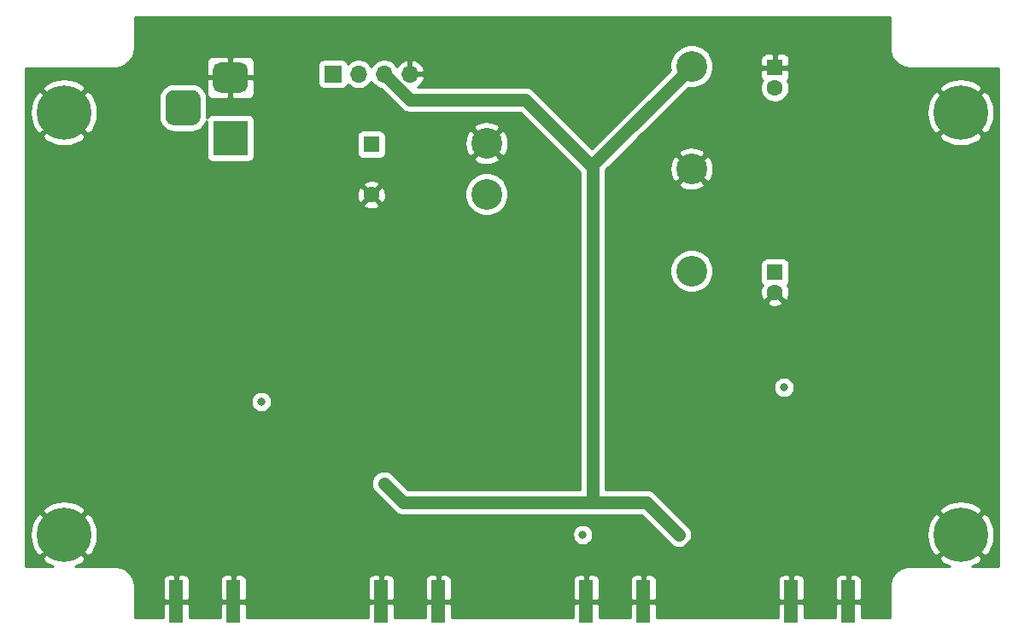
<source format=gbr>
%TF.GenerationSoftware,KiCad,Pcbnew,(5.1.8)-1*%
%TF.CreationDate,2021-05-16T11:41:03-04:00*%
%TF.ProjectId,openEPR_Lock-In,6f70656e-4550-4525-9f4c-6f636b2d496e,B*%
%TF.SameCoordinates,Original*%
%TF.FileFunction,Copper,L4,Bot*%
%TF.FilePolarity,Positive*%
%FSLAX46Y46*%
G04 Gerber Fmt 4.6, Leading zero omitted, Abs format (unit mm)*
G04 Created by KiCad (PCBNEW (5.1.8)-1) date 2021-05-16 11:41:03*
%MOMM*%
%LPD*%
G01*
G04 APERTURE LIST*
%TA.AperFunction,ComponentPad*%
%ADD10O,1.700000X1.700000*%
%TD*%
%TA.AperFunction,ComponentPad*%
%ADD11R,1.700000X1.700000*%
%TD*%
%TA.AperFunction,ComponentPad*%
%ADD12C,3.048000*%
%TD*%
%TA.AperFunction,ComponentPad*%
%ADD13R,3.500000X3.500000*%
%TD*%
%TA.AperFunction,ComponentPad*%
%ADD14C,5.400000*%
%TD*%
%TA.AperFunction,SMDPad,CuDef*%
%ADD15R,1.350000X4.200000*%
%TD*%
%TA.AperFunction,ComponentPad*%
%ADD16R,1.600000X1.600000*%
%TD*%
%TA.AperFunction,ComponentPad*%
%ADD17C,1.600000*%
%TD*%
%TA.AperFunction,ViaPad*%
%ADD18C,0.800000*%
%TD*%
%TA.AperFunction,Conductor*%
%ADD19C,1.270000*%
%TD*%
%TA.AperFunction,Conductor*%
%ADD20C,0.254000*%
%TD*%
%TA.AperFunction,Conductor*%
%ADD21C,0.100000*%
%TD*%
G04 APERTURE END LIST*
D10*
%TO.P,J6,4*%
%TO.N,GND*%
X63500000Y-31750000D03*
%TO.P,J6,3*%
%TO.N,/V-*%
X60960000Y-31750000D03*
%TO.P,J6,2*%
%TO.N,/V+*%
X58420000Y-31750000D03*
D11*
%TO.P,J6,1*%
%TO.N,/Vin*%
X55880000Y-31750000D03*
%TD*%
D12*
%TO.P,U4,5*%
%TO.N,/V-*%
X91440000Y-30988000D03*
%TO.P,U4,4*%
%TO.N,GND*%
X91440000Y-41148000D03*
%TO.P,U4,3*%
%TO.N,/V+*%
X91440000Y-51308000D03*
%TO.P,U4,2*%
%TO.N,/Vin*%
X71120000Y-43688000D03*
%TO.P,U4,1*%
%TO.N,GND*%
X71120000Y-38608000D03*
%TD*%
%TO.P,J4,3*%
%TO.N,Net-(J4-Pad3)*%
%TA.AperFunction,ComponentPad*%
G36*
G01*
X40145000Y-33350000D02*
X41895000Y-33350000D01*
G75*
G02*
X42770000Y-34225000I0J-875000D01*
G01*
X42770000Y-35975000D01*
G75*
G02*
X41895000Y-36850000I-875000J0D01*
G01*
X40145000Y-36850000D01*
G75*
G02*
X39270000Y-35975000I0J875000D01*
G01*
X39270000Y-34225000D01*
G75*
G02*
X40145000Y-33350000I875000J0D01*
G01*
G37*
%TD.AperFunction*%
%TO.P,J4,2*%
%TO.N,GND*%
%TA.AperFunction,ComponentPad*%
G36*
G01*
X44720000Y-30600000D02*
X46720000Y-30600000D01*
G75*
G02*
X47470000Y-31350000I0J-750000D01*
G01*
X47470000Y-32850000D01*
G75*
G02*
X46720000Y-33600000I-750000J0D01*
G01*
X44720000Y-33600000D01*
G75*
G02*
X43970000Y-32850000I0J750000D01*
G01*
X43970000Y-31350000D01*
G75*
G02*
X44720000Y-30600000I750000J0D01*
G01*
G37*
%TD.AperFunction*%
D13*
%TO.P,J4,1*%
%TO.N,/Vin*%
X45720000Y-38100000D03*
%TD*%
D14*
%TO.P,H4,1*%
%TO.N,GND*%
X29210000Y-77470000D03*
%TD*%
%TO.P,H3,1*%
%TO.N,GND*%
X118110000Y-77470000D03*
%TD*%
%TO.P,H2,1*%
%TO.N,GND*%
X118110000Y-35560000D03*
%TD*%
%TO.P,H1,1*%
%TO.N,GND*%
X29210000Y-35560000D03*
%TD*%
D15*
%TO.P,J1,2*%
%TO.N,GND*%
X60675000Y-84128000D03*
X66325000Y-84128000D03*
%TD*%
%TO.P,J2,2*%
%TO.N,GND*%
X46005000Y-84128000D03*
X40355000Y-84128000D03*
%TD*%
%TO.P,J3,2*%
%TO.N,GND*%
X101315000Y-84128000D03*
X106965000Y-84128000D03*
%TD*%
%TO.P,J5,2*%
%TO.N,GND*%
X80995000Y-84128000D03*
X86645000Y-84128000D03*
%TD*%
D16*
%TO.P,C7,1*%
%TO.N,/Vin*%
X59690000Y-38735000D03*
D17*
%TO.P,C7,2*%
%TO.N,GND*%
X59690000Y-43735000D03*
%TD*%
D16*
%TO.P,C9,1*%
%TO.N,/V+*%
X99695000Y-51435000D03*
D17*
%TO.P,C9,2*%
%TO.N,GND*%
X99695000Y-53435000D03*
%TD*%
%TO.P,C11,2*%
%TO.N,/V-*%
X99695000Y-33115000D03*
D16*
%TO.P,C11,1*%
%TO.N,GND*%
X99695000Y-31115000D03*
%TD*%
D18*
%TO.N,GND*%
X53340000Y-69215000D03*
X69850000Y-83820000D03*
X72390000Y-83820000D03*
X74930000Y-83820000D03*
X77470000Y-83820000D03*
X69850000Y-81280000D03*
X72390000Y-81280000D03*
X74930000Y-81280000D03*
X77470000Y-81280000D03*
X72390000Y-78740000D03*
X69850000Y-78740000D03*
X67310000Y-78740000D03*
X64770000Y-78740000D03*
X62230000Y-78740000D03*
X62230000Y-76200000D03*
X64770000Y-76200000D03*
X67310000Y-76200000D03*
X69850000Y-76200000D03*
X62230000Y-69850000D03*
X64770000Y-69850000D03*
X67310000Y-69850000D03*
X67310000Y-67310000D03*
X64770000Y-67310000D03*
X62230000Y-67310000D03*
X59690000Y-67310000D03*
X59690000Y-69850000D03*
X57150000Y-69850000D03*
X59690000Y-64770000D03*
X62230000Y-64770000D03*
X64770000Y-64770000D03*
X67310000Y-64770000D03*
X67310000Y-62230000D03*
X64770000Y-62230000D03*
X62230000Y-62230000D03*
X52070000Y-59690000D03*
X72390000Y-72390000D03*
X74930000Y-72390000D03*
X74930000Y-69850000D03*
X72390000Y-69850000D03*
X72390000Y-67310000D03*
X74930000Y-64770000D03*
X72390000Y-62230000D03*
X74930000Y-62230000D03*
X77470000Y-62230000D03*
X84455000Y-68580000D03*
X90170000Y-83820000D03*
X92710000Y-83820000D03*
X95250000Y-83820000D03*
X97790000Y-83820000D03*
X49530000Y-83820000D03*
X52070000Y-83820000D03*
X54610000Y-83820000D03*
X57150000Y-83820000D03*
X57150000Y-81280000D03*
X54610000Y-81280000D03*
X52070000Y-81280000D03*
X49530000Y-81280000D03*
X82550000Y-78740000D03*
X110490000Y-83820000D03*
X110490000Y-81280000D03*
X36830000Y-83820000D03*
X36830000Y-81280000D03*
X39370000Y-72390000D03*
X41910000Y-64770000D03*
X62230000Y-57150000D03*
X62230000Y-59690000D03*
X64770000Y-59690000D03*
X67310000Y-59690000D03*
X69850000Y-59690000D03*
X72390000Y-59690000D03*
X74930000Y-59690000D03*
X77470000Y-59690000D03*
X80010000Y-59690000D03*
X83820000Y-55880000D03*
X83820000Y-58420000D03*
X91440000Y-58420000D03*
X88900000Y-58420000D03*
X86360000Y-58420000D03*
X86360000Y-55880000D03*
X88900000Y-55880000D03*
X91440000Y-55880000D03*
X93980000Y-58420000D03*
X93980000Y-55880000D03*
X96520000Y-55880000D03*
X96520000Y-58420000D03*
X54610000Y-62230000D03*
X54610000Y-59690000D03*
X52070000Y-62230000D03*
X38100000Y-27940000D03*
X38100000Y-30480000D03*
X34290000Y-52070000D03*
X34290000Y-59690000D03*
X109220000Y-27940000D03*
X109220000Y-30480000D03*
X113030000Y-45720000D03*
X101600000Y-46990000D03*
X101600000Y-35560000D03*
X116840000Y-59690000D03*
X34290000Y-39370000D03*
X34290000Y-69850000D03*
X34290000Y-67310000D03*
X34290000Y-74930000D03*
X34290000Y-78105000D03*
X36830000Y-78105000D03*
X52070000Y-52070000D03*
X44450000Y-57150000D03*
X90170000Y-81280000D03*
X92710000Y-81280000D03*
X95250000Y-81280000D03*
X97790000Y-81280000D03*
X110490000Y-76200000D03*
X107950000Y-76200000D03*
X113030000Y-76200000D03*
X110490000Y-78740000D03*
X113030000Y-78740000D03*
X107950000Y-73660000D03*
X110490000Y-73660000D03*
X113030000Y-73660000D03*
X107950000Y-71120000D03*
X110490000Y-71120000D03*
X113030000Y-71120000D03*
X107950000Y-68580000D03*
X110490000Y-68580000D03*
X113030000Y-68580000D03*
X110490000Y-66040000D03*
X107950000Y-66040000D03*
X113030000Y-66040000D03*
X113030000Y-63500000D03*
X110490000Y-63500000D03*
X107950000Y-63500000D03*
X88900000Y-60960000D03*
X83820000Y-60960000D03*
X86360000Y-60960000D03*
X91440000Y-60960000D03*
X93980000Y-60960000D03*
X96520000Y-60960000D03*
X101600000Y-58420000D03*
X104140000Y-58420000D03*
X99060000Y-58420000D03*
X113030000Y-60960000D03*
X107950000Y-60960000D03*
X110490000Y-60960000D03*
X107950000Y-58420000D03*
X113030000Y-58420000D03*
X110490000Y-58420000D03*
X104140000Y-55880000D03*
X101600000Y-55880000D03*
X95250000Y-78740000D03*
X92710000Y-78740000D03*
X92710000Y-76200000D03*
X95250000Y-76200000D03*
X88519000Y-68834000D03*
X85090000Y-78740000D03*
X87630000Y-78740000D03*
X67310000Y-57150000D03*
X72390000Y-57150000D03*
X74930000Y-57150000D03*
X80010000Y-57150000D03*
X64770000Y-57150000D03*
X69850000Y-57150000D03*
X77470000Y-57150000D03*
X46990000Y-54610000D03*
X52070000Y-54610000D03*
X57150000Y-54610000D03*
X49530000Y-54610000D03*
X59690000Y-54610000D03*
X54610000Y-54610000D03*
X62230000Y-54610000D03*
X54610000Y-57150000D03*
X57150000Y-57150000D03*
X59690000Y-57150000D03*
X49530000Y-57150000D03*
X52070000Y-57150000D03*
X46990000Y-57150000D03*
X36830000Y-74930000D03*
X39370000Y-74930000D03*
X36830000Y-72390000D03*
X34290000Y-72390000D03*
X36830000Y-69850000D03*
X39370000Y-69850000D03*
X41910000Y-69850000D03*
X39370000Y-67310000D03*
X41910000Y-67310000D03*
X36830000Y-67310000D03*
X41910000Y-62230000D03*
X41910000Y-59690000D03*
X44450000Y-59690000D03*
X44450000Y-62230000D03*
X44450000Y-64770000D03*
X44450000Y-67310000D03*
X39370000Y-64770000D03*
X67310000Y-54610000D03*
X64770000Y-54610000D03*
X72390000Y-54610000D03*
X80010000Y-54610000D03*
X74930000Y-54610000D03*
X69850000Y-54610000D03*
X77470000Y-54610000D03*
X104140000Y-60960000D03*
X101600000Y-60960000D03*
X99060000Y-60960000D03*
X83820000Y-63500000D03*
X83820000Y-66040000D03*
X84455000Y-71755000D03*
X36830000Y-64770000D03*
X39370000Y-62230000D03*
X81280000Y-30480000D03*
X73660000Y-30480000D03*
%TO.N,/V+*%
X80645000Y-77470000D03*
X48768000Y-64262000D03*
X100584000Y-62865000D03*
%TO.N,/V-*%
X60960000Y-72390000D03*
X90170000Y-77470000D03*
%TD*%
D19*
%TO.N,/V-*%
X81661000Y-40767000D02*
X81661000Y-74295000D01*
X91440000Y-30988000D02*
X81661000Y-40767000D01*
X62865000Y-74295000D02*
X60960000Y-72390000D01*
X81661000Y-74295000D02*
X62865000Y-74295000D01*
X86995000Y-74295000D02*
X90170000Y-77470000D01*
X81661000Y-74295000D02*
X86995000Y-74295000D01*
X63500000Y-34290000D02*
X60960000Y-31750000D01*
X74930000Y-34290000D02*
X63500000Y-34290000D01*
X81407000Y-40767000D02*
X74930000Y-34290000D01*
X81661000Y-40767000D02*
X81407000Y-40767000D01*
%TD*%
D20*
%TO.N,GND*%
X111100001Y-29242419D02*
X111102802Y-29270855D01*
X111102747Y-29278682D01*
X111103646Y-29287853D01*
X111129554Y-29534357D01*
X111141589Y-29592986D01*
X111152792Y-29651716D01*
X111155456Y-29660538D01*
X111228751Y-29897314D01*
X111251931Y-29952457D01*
X111274339Y-30007920D01*
X111278665Y-30016054D01*
X111278667Y-30016059D01*
X111278670Y-30016064D01*
X111396553Y-30234086D01*
X111429988Y-30283654D01*
X111462759Y-30333735D01*
X111468584Y-30340876D01*
X111626577Y-30531856D01*
X111669012Y-30573995D01*
X111710875Y-30616745D01*
X111717976Y-30622618D01*
X111910053Y-30779273D01*
X111959875Y-30812374D01*
X112009237Y-30846173D01*
X112017343Y-30850556D01*
X112236191Y-30966919D01*
X112291479Y-30989707D01*
X112346475Y-31013279D01*
X112355278Y-31016003D01*
X112592559Y-31087643D01*
X112651246Y-31099264D01*
X112709752Y-31111700D01*
X112718915Y-31112663D01*
X112718917Y-31112663D01*
X112965595Y-31136850D01*
X112965598Y-31136850D01*
X112997581Y-31140000D01*
X121895000Y-31140000D01*
X121895001Y-80620000D01*
X119215248Y-80620000D01*
X119388203Y-80567792D01*
X119967992Y-80258904D01*
X119975589Y-80253828D01*
X120275769Y-79815374D01*
X118110000Y-77649605D01*
X115944231Y-79815374D01*
X116244411Y-80253828D01*
X116823356Y-80564296D01*
X117006090Y-80620000D01*
X112997581Y-80620000D01*
X112969135Y-80622802D01*
X112961318Y-80622747D01*
X112952147Y-80623646D01*
X112705644Y-80649554D01*
X112647028Y-80661586D01*
X112588284Y-80672792D01*
X112579462Y-80675456D01*
X112342686Y-80748751D01*
X112287555Y-80771926D01*
X112232080Y-80794339D01*
X112223944Y-80798666D01*
X112005914Y-80916554D01*
X111956346Y-80949988D01*
X111906265Y-80982760D01*
X111899124Y-80988584D01*
X111708144Y-81146577D01*
X111666005Y-81189012D01*
X111623255Y-81230875D01*
X111617381Y-81237976D01*
X111460727Y-81430054D01*
X111427655Y-81479831D01*
X111393826Y-81529237D01*
X111389444Y-81537343D01*
X111273081Y-81756191D01*
X111250298Y-81811468D01*
X111226721Y-81866475D01*
X111223997Y-81875278D01*
X111152357Y-82112559D01*
X111140736Y-82171246D01*
X111128300Y-82229752D01*
X111127337Y-82238917D01*
X111103150Y-82485595D01*
X111100000Y-82517582D01*
X111100001Y-85700000D01*
X108277178Y-85700000D01*
X108275000Y-84413750D01*
X108116250Y-84255000D01*
X107092000Y-84255000D01*
X107092000Y-84275000D01*
X106838000Y-84275000D01*
X106838000Y-84255000D01*
X105813750Y-84255000D01*
X105655000Y-84413750D01*
X105652822Y-85700000D01*
X102627178Y-85700000D01*
X102625000Y-84413750D01*
X102466250Y-84255000D01*
X101442000Y-84255000D01*
X101442000Y-84275000D01*
X101188000Y-84275000D01*
X101188000Y-84255000D01*
X100163750Y-84255000D01*
X100005000Y-84413750D01*
X100002822Y-85700000D01*
X87957178Y-85700000D01*
X87955000Y-84413750D01*
X87796250Y-84255000D01*
X86772000Y-84255000D01*
X86772000Y-84275000D01*
X86518000Y-84275000D01*
X86518000Y-84255000D01*
X85493750Y-84255000D01*
X85335000Y-84413750D01*
X85332822Y-85700000D01*
X82307178Y-85700000D01*
X82305000Y-84413750D01*
X82146250Y-84255000D01*
X81122000Y-84255000D01*
X81122000Y-84275000D01*
X80868000Y-84275000D01*
X80868000Y-84255000D01*
X79843750Y-84255000D01*
X79685000Y-84413750D01*
X79682822Y-85700000D01*
X67637178Y-85700000D01*
X67635000Y-84413750D01*
X67476250Y-84255000D01*
X66452000Y-84255000D01*
X66452000Y-84275000D01*
X66198000Y-84275000D01*
X66198000Y-84255000D01*
X65173750Y-84255000D01*
X65015000Y-84413750D01*
X65012822Y-85700000D01*
X61987178Y-85700000D01*
X61985000Y-84413750D01*
X61826250Y-84255000D01*
X60802000Y-84255000D01*
X60802000Y-84275000D01*
X60548000Y-84275000D01*
X60548000Y-84255000D01*
X59523750Y-84255000D01*
X59365000Y-84413750D01*
X59362822Y-85700000D01*
X47317178Y-85700000D01*
X47315000Y-84413750D01*
X47156250Y-84255000D01*
X46132000Y-84255000D01*
X46132000Y-84275000D01*
X45878000Y-84275000D01*
X45878000Y-84255000D01*
X44853750Y-84255000D01*
X44695000Y-84413750D01*
X44692822Y-85700000D01*
X41667178Y-85700000D01*
X41665000Y-84413750D01*
X41506250Y-84255000D01*
X40482000Y-84255000D01*
X40482000Y-84275000D01*
X40228000Y-84275000D01*
X40228000Y-84255000D01*
X39203750Y-84255000D01*
X39045000Y-84413750D01*
X39042822Y-85700000D01*
X36220000Y-85700000D01*
X36220000Y-82517581D01*
X36217198Y-82489135D01*
X36217253Y-82481318D01*
X36216354Y-82472147D01*
X36190446Y-82225644D01*
X36178414Y-82167028D01*
X36167208Y-82108284D01*
X36164544Y-82099462D01*
X36142423Y-82028000D01*
X39041928Y-82028000D01*
X39045000Y-83842250D01*
X39203750Y-84001000D01*
X40228000Y-84001000D01*
X40228000Y-81551750D01*
X40482000Y-81551750D01*
X40482000Y-84001000D01*
X41506250Y-84001000D01*
X41665000Y-83842250D01*
X41668072Y-82028000D01*
X44691928Y-82028000D01*
X44695000Y-83842250D01*
X44853750Y-84001000D01*
X45878000Y-84001000D01*
X45878000Y-81551750D01*
X46132000Y-81551750D01*
X46132000Y-84001000D01*
X47156250Y-84001000D01*
X47315000Y-83842250D01*
X47318072Y-82028000D01*
X59361928Y-82028000D01*
X59365000Y-83842250D01*
X59523750Y-84001000D01*
X60548000Y-84001000D01*
X60548000Y-81551750D01*
X60802000Y-81551750D01*
X60802000Y-84001000D01*
X61826250Y-84001000D01*
X61985000Y-83842250D01*
X61988072Y-82028000D01*
X65011928Y-82028000D01*
X65015000Y-83842250D01*
X65173750Y-84001000D01*
X66198000Y-84001000D01*
X66198000Y-81551750D01*
X66452000Y-81551750D01*
X66452000Y-84001000D01*
X67476250Y-84001000D01*
X67635000Y-83842250D01*
X67638072Y-82028000D01*
X79681928Y-82028000D01*
X79685000Y-83842250D01*
X79843750Y-84001000D01*
X80868000Y-84001000D01*
X80868000Y-81551750D01*
X81122000Y-81551750D01*
X81122000Y-84001000D01*
X82146250Y-84001000D01*
X82305000Y-83842250D01*
X82308072Y-82028000D01*
X85331928Y-82028000D01*
X85335000Y-83842250D01*
X85493750Y-84001000D01*
X86518000Y-84001000D01*
X86518000Y-81551750D01*
X86772000Y-81551750D01*
X86772000Y-84001000D01*
X87796250Y-84001000D01*
X87955000Y-83842250D01*
X87958072Y-82028000D01*
X100001928Y-82028000D01*
X100005000Y-83842250D01*
X100163750Y-84001000D01*
X101188000Y-84001000D01*
X101188000Y-81551750D01*
X101442000Y-81551750D01*
X101442000Y-84001000D01*
X102466250Y-84001000D01*
X102625000Y-83842250D01*
X102628072Y-82028000D01*
X105651928Y-82028000D01*
X105655000Y-83842250D01*
X105813750Y-84001000D01*
X106838000Y-84001000D01*
X106838000Y-81551750D01*
X107092000Y-81551750D01*
X107092000Y-84001000D01*
X108116250Y-84001000D01*
X108275000Y-83842250D01*
X108278072Y-82028000D01*
X108265812Y-81903518D01*
X108229502Y-81783820D01*
X108170537Y-81673506D01*
X108091185Y-81576815D01*
X107994494Y-81497463D01*
X107884180Y-81438498D01*
X107764482Y-81402188D01*
X107640000Y-81389928D01*
X107250750Y-81393000D01*
X107092000Y-81551750D01*
X106838000Y-81551750D01*
X106679250Y-81393000D01*
X106290000Y-81389928D01*
X106165518Y-81402188D01*
X106045820Y-81438498D01*
X105935506Y-81497463D01*
X105838815Y-81576815D01*
X105759463Y-81673506D01*
X105700498Y-81783820D01*
X105664188Y-81903518D01*
X105651928Y-82028000D01*
X102628072Y-82028000D01*
X102615812Y-81903518D01*
X102579502Y-81783820D01*
X102520537Y-81673506D01*
X102441185Y-81576815D01*
X102344494Y-81497463D01*
X102234180Y-81438498D01*
X102114482Y-81402188D01*
X101990000Y-81389928D01*
X101600750Y-81393000D01*
X101442000Y-81551750D01*
X101188000Y-81551750D01*
X101029250Y-81393000D01*
X100640000Y-81389928D01*
X100515518Y-81402188D01*
X100395820Y-81438498D01*
X100285506Y-81497463D01*
X100188815Y-81576815D01*
X100109463Y-81673506D01*
X100050498Y-81783820D01*
X100014188Y-81903518D01*
X100001928Y-82028000D01*
X87958072Y-82028000D01*
X87945812Y-81903518D01*
X87909502Y-81783820D01*
X87850537Y-81673506D01*
X87771185Y-81576815D01*
X87674494Y-81497463D01*
X87564180Y-81438498D01*
X87444482Y-81402188D01*
X87320000Y-81389928D01*
X86930750Y-81393000D01*
X86772000Y-81551750D01*
X86518000Y-81551750D01*
X86359250Y-81393000D01*
X85970000Y-81389928D01*
X85845518Y-81402188D01*
X85725820Y-81438498D01*
X85615506Y-81497463D01*
X85518815Y-81576815D01*
X85439463Y-81673506D01*
X85380498Y-81783820D01*
X85344188Y-81903518D01*
X85331928Y-82028000D01*
X82308072Y-82028000D01*
X82295812Y-81903518D01*
X82259502Y-81783820D01*
X82200537Y-81673506D01*
X82121185Y-81576815D01*
X82024494Y-81497463D01*
X81914180Y-81438498D01*
X81794482Y-81402188D01*
X81670000Y-81389928D01*
X81280750Y-81393000D01*
X81122000Y-81551750D01*
X80868000Y-81551750D01*
X80709250Y-81393000D01*
X80320000Y-81389928D01*
X80195518Y-81402188D01*
X80075820Y-81438498D01*
X79965506Y-81497463D01*
X79868815Y-81576815D01*
X79789463Y-81673506D01*
X79730498Y-81783820D01*
X79694188Y-81903518D01*
X79681928Y-82028000D01*
X67638072Y-82028000D01*
X67625812Y-81903518D01*
X67589502Y-81783820D01*
X67530537Y-81673506D01*
X67451185Y-81576815D01*
X67354494Y-81497463D01*
X67244180Y-81438498D01*
X67124482Y-81402188D01*
X67000000Y-81389928D01*
X66610750Y-81393000D01*
X66452000Y-81551750D01*
X66198000Y-81551750D01*
X66039250Y-81393000D01*
X65650000Y-81389928D01*
X65525518Y-81402188D01*
X65405820Y-81438498D01*
X65295506Y-81497463D01*
X65198815Y-81576815D01*
X65119463Y-81673506D01*
X65060498Y-81783820D01*
X65024188Y-81903518D01*
X65011928Y-82028000D01*
X61988072Y-82028000D01*
X61975812Y-81903518D01*
X61939502Y-81783820D01*
X61880537Y-81673506D01*
X61801185Y-81576815D01*
X61704494Y-81497463D01*
X61594180Y-81438498D01*
X61474482Y-81402188D01*
X61350000Y-81389928D01*
X60960750Y-81393000D01*
X60802000Y-81551750D01*
X60548000Y-81551750D01*
X60389250Y-81393000D01*
X60000000Y-81389928D01*
X59875518Y-81402188D01*
X59755820Y-81438498D01*
X59645506Y-81497463D01*
X59548815Y-81576815D01*
X59469463Y-81673506D01*
X59410498Y-81783820D01*
X59374188Y-81903518D01*
X59361928Y-82028000D01*
X47318072Y-82028000D01*
X47305812Y-81903518D01*
X47269502Y-81783820D01*
X47210537Y-81673506D01*
X47131185Y-81576815D01*
X47034494Y-81497463D01*
X46924180Y-81438498D01*
X46804482Y-81402188D01*
X46680000Y-81389928D01*
X46290750Y-81393000D01*
X46132000Y-81551750D01*
X45878000Y-81551750D01*
X45719250Y-81393000D01*
X45330000Y-81389928D01*
X45205518Y-81402188D01*
X45085820Y-81438498D01*
X44975506Y-81497463D01*
X44878815Y-81576815D01*
X44799463Y-81673506D01*
X44740498Y-81783820D01*
X44704188Y-81903518D01*
X44691928Y-82028000D01*
X41668072Y-82028000D01*
X41655812Y-81903518D01*
X41619502Y-81783820D01*
X41560537Y-81673506D01*
X41481185Y-81576815D01*
X41384494Y-81497463D01*
X41274180Y-81438498D01*
X41154482Y-81402188D01*
X41030000Y-81389928D01*
X40640750Y-81393000D01*
X40482000Y-81551750D01*
X40228000Y-81551750D01*
X40069250Y-81393000D01*
X39680000Y-81389928D01*
X39555518Y-81402188D01*
X39435820Y-81438498D01*
X39325506Y-81497463D01*
X39228815Y-81576815D01*
X39149463Y-81673506D01*
X39090498Y-81783820D01*
X39054188Y-81903518D01*
X39041928Y-82028000D01*
X36142423Y-82028000D01*
X36091249Y-81862686D01*
X36068074Y-81807555D01*
X36045661Y-81752080D01*
X36041334Y-81743944D01*
X35923446Y-81525914D01*
X35890012Y-81476346D01*
X35857240Y-81426265D01*
X35851416Y-81419124D01*
X35693423Y-81228144D01*
X35650988Y-81186005D01*
X35609125Y-81143255D01*
X35602024Y-81137381D01*
X35409946Y-80980727D01*
X35360169Y-80947655D01*
X35310763Y-80913826D01*
X35302657Y-80909444D01*
X35083809Y-80793081D01*
X35028532Y-80770298D01*
X34973525Y-80746721D01*
X34964722Y-80743997D01*
X34727441Y-80672357D01*
X34668754Y-80660736D01*
X34610248Y-80648300D01*
X34601085Y-80647337D01*
X34601083Y-80647337D01*
X34354405Y-80623150D01*
X34354402Y-80623150D01*
X34322419Y-80620000D01*
X30315248Y-80620000D01*
X30488203Y-80567792D01*
X31067992Y-80258904D01*
X31075589Y-80253828D01*
X31375769Y-79815374D01*
X29210000Y-77649605D01*
X27044231Y-79815374D01*
X27344411Y-80253828D01*
X27923356Y-80564296D01*
X28106090Y-80620000D01*
X25425000Y-80620000D01*
X25425000Y-77465431D01*
X25858866Y-77465431D01*
X25922366Y-78119293D01*
X26112208Y-78748203D01*
X26421096Y-79327992D01*
X26426172Y-79335589D01*
X26864626Y-79635769D01*
X29030395Y-77470000D01*
X29389605Y-77470000D01*
X31555374Y-79635769D01*
X31993828Y-79335589D01*
X32304296Y-78756644D01*
X32495852Y-78128254D01*
X32561134Y-77474569D01*
X32550791Y-77368061D01*
X79610000Y-77368061D01*
X79610000Y-77571939D01*
X79649774Y-77771898D01*
X79727795Y-77960256D01*
X79841063Y-78129774D01*
X79985226Y-78273937D01*
X80154744Y-78387205D01*
X80343102Y-78465226D01*
X80543061Y-78505000D01*
X80746939Y-78505000D01*
X80946898Y-78465226D01*
X81135256Y-78387205D01*
X81304774Y-78273937D01*
X81448937Y-78129774D01*
X81562205Y-77960256D01*
X81640226Y-77771898D01*
X81680000Y-77571939D01*
X81680000Y-77368061D01*
X81640226Y-77168102D01*
X81562205Y-76979744D01*
X81448937Y-76810226D01*
X81304774Y-76666063D01*
X81135256Y-76552795D01*
X80946898Y-76474774D01*
X80746939Y-76435000D01*
X80543061Y-76435000D01*
X80343102Y-76474774D01*
X80154744Y-76552795D01*
X79985226Y-76666063D01*
X79841063Y-76810226D01*
X79727795Y-76979744D01*
X79649774Y-77168102D01*
X79610000Y-77368061D01*
X32550791Y-77368061D01*
X32497634Y-76820707D01*
X32307792Y-76191797D01*
X31998904Y-75612008D01*
X31993828Y-75604411D01*
X31555374Y-75304231D01*
X29389605Y-77470000D01*
X29030395Y-77470000D01*
X26864626Y-75304231D01*
X26426172Y-75604411D01*
X26115704Y-76183356D01*
X25924148Y-76811746D01*
X25858866Y-77465431D01*
X25425000Y-77465431D01*
X25425000Y-75124626D01*
X27044231Y-75124626D01*
X29210000Y-77290395D01*
X31375769Y-75124626D01*
X31075589Y-74686172D01*
X30496644Y-74375704D01*
X29868254Y-74184148D01*
X29214569Y-74118866D01*
X28560707Y-74182366D01*
X27931797Y-74372208D01*
X27352008Y-74681096D01*
X27344411Y-74686172D01*
X27044231Y-75124626D01*
X25425000Y-75124626D01*
X25425000Y-64160061D01*
X47733000Y-64160061D01*
X47733000Y-64363939D01*
X47772774Y-64563898D01*
X47850795Y-64752256D01*
X47964063Y-64921774D01*
X48108226Y-65065937D01*
X48277744Y-65179205D01*
X48466102Y-65257226D01*
X48666061Y-65297000D01*
X48869939Y-65297000D01*
X49069898Y-65257226D01*
X49258256Y-65179205D01*
X49427774Y-65065937D01*
X49571937Y-64921774D01*
X49685205Y-64752256D01*
X49763226Y-64563898D01*
X49803000Y-64363939D01*
X49803000Y-64160061D01*
X49763226Y-63960102D01*
X49685205Y-63771744D01*
X49571937Y-63602226D01*
X49427774Y-63458063D01*
X49258256Y-63344795D01*
X49069898Y-63266774D01*
X48869939Y-63227000D01*
X48666061Y-63227000D01*
X48466102Y-63266774D01*
X48277744Y-63344795D01*
X48108226Y-63458063D01*
X47964063Y-63602226D01*
X47850795Y-63771744D01*
X47772774Y-63960102D01*
X47733000Y-64160061D01*
X25425000Y-64160061D01*
X25425000Y-44727702D01*
X58876903Y-44727702D01*
X58948486Y-44971671D01*
X59203996Y-45092571D01*
X59478184Y-45161300D01*
X59760512Y-45175217D01*
X60040130Y-45133787D01*
X60306292Y-45038603D01*
X60431514Y-44971671D01*
X60503097Y-44727702D01*
X59690000Y-43914605D01*
X58876903Y-44727702D01*
X25425000Y-44727702D01*
X25425000Y-43805512D01*
X58249783Y-43805512D01*
X58291213Y-44085130D01*
X58386397Y-44351292D01*
X58453329Y-44476514D01*
X58697298Y-44548097D01*
X59510395Y-43735000D01*
X59869605Y-43735000D01*
X60682702Y-44548097D01*
X60926671Y-44476514D01*
X61047571Y-44221004D01*
X61116300Y-43946816D01*
X61130217Y-43664488D01*
X61102195Y-43475357D01*
X68961000Y-43475357D01*
X68961000Y-43900643D01*
X69043970Y-44317757D01*
X69206719Y-44710670D01*
X69442996Y-45064282D01*
X69743718Y-45365004D01*
X70097330Y-45601281D01*
X70490243Y-45764030D01*
X70907357Y-45847000D01*
X71332643Y-45847000D01*
X71749757Y-45764030D01*
X72142670Y-45601281D01*
X72496282Y-45365004D01*
X72797004Y-45064282D01*
X73033281Y-44710670D01*
X73196030Y-44317757D01*
X73279000Y-43900643D01*
X73279000Y-43475357D01*
X73196030Y-43058243D01*
X73033281Y-42665330D01*
X72797004Y-42311718D01*
X72496282Y-42010996D01*
X72142670Y-41774719D01*
X71749757Y-41611970D01*
X71332643Y-41529000D01*
X70907357Y-41529000D01*
X70490243Y-41611970D01*
X70097330Y-41774719D01*
X69743718Y-42010996D01*
X69442996Y-42311718D01*
X69206719Y-42665330D01*
X69043970Y-43058243D01*
X68961000Y-43475357D01*
X61102195Y-43475357D01*
X61088787Y-43384870D01*
X60993603Y-43118708D01*
X60926671Y-42993486D01*
X60682702Y-42921903D01*
X59869605Y-43735000D01*
X59510395Y-43735000D01*
X58697298Y-42921903D01*
X58453329Y-42993486D01*
X58332429Y-43248996D01*
X58263700Y-43523184D01*
X58249783Y-43805512D01*
X25425000Y-43805512D01*
X25425000Y-42742298D01*
X58876903Y-42742298D01*
X59690000Y-43555395D01*
X60503097Y-42742298D01*
X60431514Y-42498329D01*
X60176004Y-42377429D01*
X59901816Y-42308700D01*
X59619488Y-42294783D01*
X59339870Y-42336213D01*
X59073708Y-42431397D01*
X58948486Y-42498329D01*
X58876903Y-42742298D01*
X25425000Y-42742298D01*
X25425000Y-37905374D01*
X27044231Y-37905374D01*
X27344411Y-38343828D01*
X27923356Y-38654296D01*
X28551746Y-38845852D01*
X29205431Y-38911134D01*
X29859293Y-38847634D01*
X30488203Y-38657792D01*
X31067992Y-38348904D01*
X31075589Y-38343828D01*
X31375769Y-37905374D01*
X29210000Y-35739605D01*
X27044231Y-37905374D01*
X25425000Y-37905374D01*
X25425000Y-35555431D01*
X25858866Y-35555431D01*
X25922366Y-36209293D01*
X26112208Y-36838203D01*
X26421096Y-37417992D01*
X26426172Y-37425589D01*
X26864626Y-37725769D01*
X29030395Y-35560000D01*
X29389605Y-35560000D01*
X31555374Y-37725769D01*
X31993828Y-37425589D01*
X32304296Y-36846644D01*
X32495852Y-36218254D01*
X32561134Y-35564569D01*
X32497634Y-34910707D01*
X32307792Y-34281797D01*
X32277533Y-34225000D01*
X38631928Y-34225000D01*
X38631928Y-35975000D01*
X38661001Y-36270186D01*
X38747104Y-36554028D01*
X38886927Y-36815618D01*
X39075097Y-37044903D01*
X39304382Y-37233073D01*
X39565972Y-37372896D01*
X39849814Y-37458999D01*
X40145000Y-37488072D01*
X41895000Y-37488072D01*
X42190186Y-37458999D01*
X42474028Y-37372896D01*
X42735618Y-37233073D01*
X42964903Y-37044903D01*
X43153073Y-36815618D01*
X43292896Y-36554028D01*
X43331928Y-36425357D01*
X43331928Y-39850000D01*
X43344188Y-39974482D01*
X43380498Y-40094180D01*
X43439463Y-40204494D01*
X43518815Y-40301185D01*
X43615506Y-40380537D01*
X43725820Y-40439502D01*
X43845518Y-40475812D01*
X43970000Y-40488072D01*
X47470000Y-40488072D01*
X47594482Y-40475812D01*
X47714180Y-40439502D01*
X47824494Y-40380537D01*
X47921185Y-40301185D01*
X48000537Y-40204494D01*
X48059502Y-40094180D01*
X48095812Y-39974482D01*
X48108072Y-39850000D01*
X48108072Y-37935000D01*
X58251928Y-37935000D01*
X58251928Y-39535000D01*
X58264188Y-39659482D01*
X58300498Y-39779180D01*
X58359463Y-39889494D01*
X58438815Y-39986185D01*
X58535506Y-40065537D01*
X58645820Y-40124502D01*
X58765518Y-40160812D01*
X58890000Y-40173072D01*
X60490000Y-40173072D01*
X60614482Y-40160812D01*
X60734180Y-40124502D01*
X60748701Y-40116740D01*
X69790865Y-40116740D01*
X69949764Y-40434758D01*
X70328632Y-40627959D01*
X70737913Y-40743534D01*
X71161876Y-40777042D01*
X71584230Y-40727194D01*
X71988744Y-40595908D01*
X72290236Y-40434758D01*
X72449135Y-40116740D01*
X71120000Y-38787605D01*
X69790865Y-40116740D01*
X60748701Y-40116740D01*
X60844494Y-40065537D01*
X60941185Y-39986185D01*
X61020537Y-39889494D01*
X61079502Y-39779180D01*
X61115812Y-39659482D01*
X61128072Y-39535000D01*
X61128072Y-38649876D01*
X68950958Y-38649876D01*
X69000806Y-39072230D01*
X69132092Y-39476744D01*
X69293242Y-39778236D01*
X69611260Y-39937135D01*
X70940395Y-38608000D01*
X71299605Y-38608000D01*
X72628740Y-39937135D01*
X72946758Y-39778236D01*
X73139959Y-39399368D01*
X73255534Y-38990087D01*
X73289042Y-38566124D01*
X73239194Y-38143770D01*
X73107908Y-37739256D01*
X72946758Y-37437764D01*
X72628740Y-37278865D01*
X71299605Y-38608000D01*
X70940395Y-38608000D01*
X69611260Y-37278865D01*
X69293242Y-37437764D01*
X69100041Y-37816632D01*
X68984466Y-38225913D01*
X68950958Y-38649876D01*
X61128072Y-38649876D01*
X61128072Y-37935000D01*
X61115812Y-37810518D01*
X61079502Y-37690820D01*
X61020537Y-37580506D01*
X60941185Y-37483815D01*
X60844494Y-37404463D01*
X60734180Y-37345498D01*
X60614482Y-37309188D01*
X60490000Y-37296928D01*
X58890000Y-37296928D01*
X58765518Y-37309188D01*
X58645820Y-37345498D01*
X58535506Y-37404463D01*
X58438815Y-37483815D01*
X58359463Y-37580506D01*
X58300498Y-37690820D01*
X58264188Y-37810518D01*
X58251928Y-37935000D01*
X48108072Y-37935000D01*
X48108072Y-37099260D01*
X69790865Y-37099260D01*
X71120000Y-38428395D01*
X72449135Y-37099260D01*
X72290236Y-36781242D01*
X71911368Y-36588041D01*
X71502087Y-36472466D01*
X71078124Y-36438958D01*
X70655770Y-36488806D01*
X70251256Y-36620092D01*
X69949764Y-36781242D01*
X69790865Y-37099260D01*
X48108072Y-37099260D01*
X48108072Y-36350000D01*
X48095812Y-36225518D01*
X48059502Y-36105820D01*
X48000537Y-35995506D01*
X47921185Y-35898815D01*
X47824494Y-35819463D01*
X47714180Y-35760498D01*
X47594482Y-35724188D01*
X47470000Y-35711928D01*
X43970000Y-35711928D01*
X43845518Y-35724188D01*
X43725820Y-35760498D01*
X43615506Y-35819463D01*
X43518815Y-35898815D01*
X43439463Y-35995506D01*
X43398506Y-36072131D01*
X43408072Y-35975000D01*
X43408072Y-34225000D01*
X43378999Y-33929814D01*
X43292896Y-33645972D01*
X43268324Y-33600000D01*
X43331928Y-33600000D01*
X43344188Y-33724482D01*
X43380498Y-33844180D01*
X43439463Y-33954494D01*
X43518815Y-34051185D01*
X43615506Y-34130537D01*
X43725820Y-34189502D01*
X43845518Y-34225812D01*
X43970000Y-34238072D01*
X45434250Y-34235000D01*
X45593000Y-34076250D01*
X45593000Y-32227000D01*
X45847000Y-32227000D01*
X45847000Y-34076250D01*
X46005750Y-34235000D01*
X47470000Y-34238072D01*
X47594482Y-34225812D01*
X47714180Y-34189502D01*
X47824494Y-34130537D01*
X47921185Y-34051185D01*
X48000537Y-33954494D01*
X48059502Y-33844180D01*
X48095812Y-33724482D01*
X48108072Y-33600000D01*
X48105000Y-32385750D01*
X47946250Y-32227000D01*
X45847000Y-32227000D01*
X45593000Y-32227000D01*
X43493750Y-32227000D01*
X43335000Y-32385750D01*
X43331928Y-33600000D01*
X43268324Y-33600000D01*
X43153073Y-33384382D01*
X42964903Y-33155097D01*
X42735618Y-32966927D01*
X42474028Y-32827104D01*
X42190186Y-32741001D01*
X41895000Y-32711928D01*
X40145000Y-32711928D01*
X39849814Y-32741001D01*
X39565972Y-32827104D01*
X39304382Y-32966927D01*
X39075097Y-33155097D01*
X38886927Y-33384382D01*
X38747104Y-33645972D01*
X38661001Y-33929814D01*
X38631928Y-34225000D01*
X32277533Y-34225000D01*
X31998904Y-33702008D01*
X31993828Y-33694411D01*
X31555374Y-33394231D01*
X29389605Y-35560000D01*
X29030395Y-35560000D01*
X26864626Y-33394231D01*
X26426172Y-33694411D01*
X26115704Y-34273356D01*
X25924148Y-34901746D01*
X25858866Y-35555431D01*
X25425000Y-35555431D01*
X25425000Y-33214626D01*
X27044231Y-33214626D01*
X29210000Y-35380395D01*
X31375769Y-33214626D01*
X31075589Y-32776172D01*
X30496644Y-32465704D01*
X29868254Y-32274148D01*
X29214569Y-32208866D01*
X28560707Y-32272366D01*
X27931797Y-32462208D01*
X27352008Y-32771096D01*
X27344411Y-32776172D01*
X27044231Y-33214626D01*
X25425000Y-33214626D01*
X25425000Y-31140000D01*
X34322419Y-31140000D01*
X34350865Y-31137198D01*
X34358682Y-31137253D01*
X34367853Y-31136354D01*
X34614357Y-31110446D01*
X34672986Y-31098411D01*
X34731716Y-31087208D01*
X34740532Y-31084546D01*
X34740536Y-31084545D01*
X34740539Y-31084544D01*
X34977314Y-31011249D01*
X35032457Y-30988069D01*
X35087920Y-30965661D01*
X35096054Y-30961335D01*
X35096059Y-30961333D01*
X35096064Y-30961330D01*
X35314086Y-30843447D01*
X35363654Y-30810012D01*
X35413735Y-30777241D01*
X35420876Y-30771416D01*
X35611856Y-30613423D01*
X35625185Y-30600000D01*
X43331928Y-30600000D01*
X43335000Y-31814250D01*
X43493750Y-31973000D01*
X45593000Y-31973000D01*
X45593000Y-30123750D01*
X45847000Y-30123750D01*
X45847000Y-31973000D01*
X47946250Y-31973000D01*
X48105000Y-31814250D01*
X48107313Y-30900000D01*
X54391928Y-30900000D01*
X54391928Y-32600000D01*
X54404188Y-32724482D01*
X54440498Y-32844180D01*
X54499463Y-32954494D01*
X54578815Y-33051185D01*
X54675506Y-33130537D01*
X54785820Y-33189502D01*
X54905518Y-33225812D01*
X55030000Y-33238072D01*
X56730000Y-33238072D01*
X56854482Y-33225812D01*
X56974180Y-33189502D01*
X57084494Y-33130537D01*
X57181185Y-33051185D01*
X57260537Y-32954494D01*
X57319502Y-32844180D01*
X57341513Y-32771620D01*
X57473368Y-32903475D01*
X57716589Y-33065990D01*
X57986842Y-33177932D01*
X58273740Y-33235000D01*
X58566260Y-33235000D01*
X58853158Y-33177932D01*
X59123411Y-33065990D01*
X59366632Y-32903475D01*
X59573475Y-32696632D01*
X59690000Y-32522240D01*
X59806525Y-32696632D01*
X60013368Y-32903475D01*
X60256589Y-33065990D01*
X60526842Y-33177932D01*
X60608031Y-33194082D01*
X62557863Y-35143914D01*
X62597630Y-35192370D01*
X62791012Y-35351075D01*
X63011641Y-35469003D01*
X63178416Y-35519594D01*
X63251036Y-35541623D01*
X63276755Y-35544156D01*
X63437620Y-35560000D01*
X63437626Y-35560000D01*
X63499999Y-35566143D01*
X63562372Y-35560000D01*
X74403950Y-35560000D01*
X80391000Y-41547051D01*
X80391001Y-73025000D01*
X63391052Y-73025000D01*
X61813916Y-71447866D01*
X61668987Y-71328926D01*
X61448359Y-71210998D01*
X61208963Y-71138377D01*
X60960000Y-71113857D01*
X60711037Y-71138377D01*
X60471641Y-71210998D01*
X60251013Y-71328926D01*
X60057630Y-71487630D01*
X59898926Y-71681013D01*
X59780998Y-71901641D01*
X59708377Y-72141037D01*
X59683857Y-72390000D01*
X59708377Y-72638963D01*
X59780998Y-72878359D01*
X59898926Y-73098987D01*
X60017866Y-73243916D01*
X61922868Y-75148919D01*
X61962630Y-75197370D01*
X62011080Y-75237132D01*
X62011083Y-75237135D01*
X62061086Y-75278171D01*
X62156012Y-75356075D01*
X62376641Y-75474003D01*
X62616037Y-75546623D01*
X62865000Y-75571144D01*
X62927380Y-75565000D01*
X81598620Y-75565000D01*
X81661000Y-75571144D01*
X81723380Y-75565000D01*
X86468950Y-75565000D01*
X89316083Y-78412134D01*
X89461012Y-78531074D01*
X89681640Y-78649002D01*
X89921036Y-78721623D01*
X90169999Y-78746143D01*
X90418963Y-78721623D01*
X90658359Y-78649002D01*
X90878987Y-78531074D01*
X91072370Y-78372370D01*
X91231074Y-78178987D01*
X91349002Y-77958359D01*
X91421623Y-77718963D01*
X91446143Y-77469999D01*
X91445694Y-77465431D01*
X114758866Y-77465431D01*
X114822366Y-78119293D01*
X115012208Y-78748203D01*
X115321096Y-79327992D01*
X115326172Y-79335589D01*
X115764626Y-79635769D01*
X117930395Y-77470000D01*
X118289605Y-77470000D01*
X120455374Y-79635769D01*
X120893828Y-79335589D01*
X121204296Y-78756644D01*
X121395852Y-78128254D01*
X121461134Y-77474569D01*
X121397634Y-76820707D01*
X121207792Y-76191797D01*
X120898904Y-75612008D01*
X120893828Y-75604411D01*
X120455374Y-75304231D01*
X118289605Y-77470000D01*
X117930395Y-77470000D01*
X115764626Y-75304231D01*
X115326172Y-75604411D01*
X115015704Y-76183356D01*
X114824148Y-76811746D01*
X114758866Y-77465431D01*
X91445694Y-77465431D01*
X91421623Y-77221036D01*
X91349002Y-76981640D01*
X91231074Y-76761012D01*
X91112134Y-76616083D01*
X89620677Y-75124626D01*
X115944231Y-75124626D01*
X118110000Y-77290395D01*
X120275769Y-75124626D01*
X119975589Y-74686172D01*
X119396644Y-74375704D01*
X118768254Y-74184148D01*
X118114569Y-74118866D01*
X117460707Y-74182366D01*
X116831797Y-74372208D01*
X116252008Y-74681096D01*
X116244411Y-74686172D01*
X115944231Y-75124626D01*
X89620677Y-75124626D01*
X87937141Y-73441091D01*
X87897370Y-73392630D01*
X87703988Y-73233925D01*
X87483359Y-73115997D01*
X87243963Y-73043377D01*
X87057380Y-73025000D01*
X87057373Y-73025000D01*
X86995000Y-73018857D01*
X86932627Y-73025000D01*
X82931000Y-73025000D01*
X82931000Y-62763061D01*
X99549000Y-62763061D01*
X99549000Y-62966939D01*
X99588774Y-63166898D01*
X99666795Y-63355256D01*
X99780063Y-63524774D01*
X99924226Y-63668937D01*
X100093744Y-63782205D01*
X100282102Y-63860226D01*
X100482061Y-63900000D01*
X100685939Y-63900000D01*
X100885898Y-63860226D01*
X101074256Y-63782205D01*
X101243774Y-63668937D01*
X101387937Y-63524774D01*
X101501205Y-63355256D01*
X101579226Y-63166898D01*
X101619000Y-62966939D01*
X101619000Y-62763061D01*
X101579226Y-62563102D01*
X101501205Y-62374744D01*
X101387937Y-62205226D01*
X101243774Y-62061063D01*
X101074256Y-61947795D01*
X100885898Y-61869774D01*
X100685939Y-61830000D01*
X100482061Y-61830000D01*
X100282102Y-61869774D01*
X100093744Y-61947795D01*
X99924226Y-62061063D01*
X99780063Y-62205226D01*
X99666795Y-62374744D01*
X99588774Y-62563102D01*
X99549000Y-62763061D01*
X82931000Y-62763061D01*
X82931000Y-54427702D01*
X98881903Y-54427702D01*
X98953486Y-54671671D01*
X99208996Y-54792571D01*
X99483184Y-54861300D01*
X99765512Y-54875217D01*
X100045130Y-54833787D01*
X100311292Y-54738603D01*
X100436514Y-54671671D01*
X100508097Y-54427702D01*
X99695000Y-53614605D01*
X98881903Y-54427702D01*
X82931000Y-54427702D01*
X82931000Y-53505512D01*
X98254783Y-53505512D01*
X98296213Y-53785130D01*
X98391397Y-54051292D01*
X98458329Y-54176514D01*
X98702298Y-54248097D01*
X99515395Y-53435000D01*
X99501253Y-53420858D01*
X99680858Y-53241253D01*
X99695000Y-53255395D01*
X99709143Y-53241253D01*
X99888748Y-53420858D01*
X99874605Y-53435000D01*
X100687702Y-54248097D01*
X100931671Y-54176514D01*
X101052571Y-53921004D01*
X101121300Y-53646816D01*
X101135217Y-53364488D01*
X101093787Y-53084870D01*
X100998603Y-52818708D01*
X100933384Y-52696691D01*
X100946185Y-52686185D01*
X101025537Y-52589494D01*
X101084502Y-52479180D01*
X101120812Y-52359482D01*
X101133072Y-52235000D01*
X101133072Y-50635000D01*
X101120812Y-50510518D01*
X101084502Y-50390820D01*
X101025537Y-50280506D01*
X100946185Y-50183815D01*
X100849494Y-50104463D01*
X100739180Y-50045498D01*
X100619482Y-50009188D01*
X100495000Y-49996928D01*
X98895000Y-49996928D01*
X98770518Y-50009188D01*
X98650820Y-50045498D01*
X98540506Y-50104463D01*
X98443815Y-50183815D01*
X98364463Y-50280506D01*
X98305498Y-50390820D01*
X98269188Y-50510518D01*
X98256928Y-50635000D01*
X98256928Y-52235000D01*
X98269188Y-52359482D01*
X98305498Y-52479180D01*
X98364463Y-52589494D01*
X98443815Y-52686185D01*
X98456758Y-52696807D01*
X98337429Y-52948996D01*
X98268700Y-53223184D01*
X98254783Y-53505512D01*
X82931000Y-53505512D01*
X82931000Y-51095357D01*
X89281000Y-51095357D01*
X89281000Y-51520643D01*
X89363970Y-51937757D01*
X89526719Y-52330670D01*
X89762996Y-52684282D01*
X90063718Y-52985004D01*
X90417330Y-53221281D01*
X90810243Y-53384030D01*
X91227357Y-53467000D01*
X91652643Y-53467000D01*
X92069757Y-53384030D01*
X92462670Y-53221281D01*
X92816282Y-52985004D01*
X93117004Y-52684282D01*
X93353281Y-52330670D01*
X93516030Y-51937757D01*
X93599000Y-51520643D01*
X93599000Y-51095357D01*
X93516030Y-50678243D01*
X93353281Y-50285330D01*
X93117004Y-49931718D01*
X92816282Y-49630996D01*
X92462670Y-49394719D01*
X92069757Y-49231970D01*
X91652643Y-49149000D01*
X91227357Y-49149000D01*
X90810243Y-49231970D01*
X90417330Y-49394719D01*
X90063718Y-49630996D01*
X89762996Y-49931718D01*
X89526719Y-50285330D01*
X89363970Y-50678243D01*
X89281000Y-51095357D01*
X82931000Y-51095357D01*
X82931000Y-42656740D01*
X90110865Y-42656740D01*
X90269764Y-42974758D01*
X90648632Y-43167959D01*
X91057913Y-43283534D01*
X91481876Y-43317042D01*
X91904230Y-43267194D01*
X92308744Y-43135908D01*
X92610236Y-42974758D01*
X92769135Y-42656740D01*
X91440000Y-41327605D01*
X90110865Y-42656740D01*
X82931000Y-42656740D01*
X82931000Y-41293050D01*
X83034174Y-41189876D01*
X89270958Y-41189876D01*
X89320806Y-41612230D01*
X89452092Y-42016744D01*
X89613242Y-42318236D01*
X89931260Y-42477135D01*
X91260395Y-41148000D01*
X91619605Y-41148000D01*
X92948740Y-42477135D01*
X93266758Y-42318236D01*
X93459959Y-41939368D01*
X93575534Y-41530087D01*
X93609042Y-41106124D01*
X93559194Y-40683770D01*
X93427908Y-40279256D01*
X93266758Y-39977764D01*
X92948740Y-39818865D01*
X91619605Y-41148000D01*
X91260395Y-41148000D01*
X89931260Y-39818865D01*
X89613242Y-39977764D01*
X89420041Y-40356632D01*
X89304466Y-40765913D01*
X89270958Y-41189876D01*
X83034174Y-41189876D01*
X84584790Y-39639260D01*
X90110865Y-39639260D01*
X91440000Y-40968395D01*
X92769135Y-39639260D01*
X92610236Y-39321242D01*
X92231368Y-39128041D01*
X91822087Y-39012466D01*
X91398124Y-38978958D01*
X90975770Y-39028806D01*
X90571256Y-39160092D01*
X90269764Y-39321242D01*
X90110865Y-39639260D01*
X84584790Y-39639260D01*
X86318676Y-37905374D01*
X115944231Y-37905374D01*
X116244411Y-38343828D01*
X116823356Y-38654296D01*
X117451746Y-38845852D01*
X118105431Y-38911134D01*
X118759293Y-38847634D01*
X119388203Y-38657792D01*
X119967992Y-38348904D01*
X119975589Y-38343828D01*
X120275769Y-37905374D01*
X118110000Y-35739605D01*
X115944231Y-37905374D01*
X86318676Y-37905374D01*
X88668619Y-35555431D01*
X114758866Y-35555431D01*
X114822366Y-36209293D01*
X115012208Y-36838203D01*
X115321096Y-37417992D01*
X115326172Y-37425589D01*
X115764626Y-37725769D01*
X117930395Y-35560000D01*
X118289605Y-35560000D01*
X120455374Y-37725769D01*
X120893828Y-37425589D01*
X121204296Y-36846644D01*
X121395852Y-36218254D01*
X121461134Y-35564569D01*
X121397634Y-34910707D01*
X121207792Y-34281797D01*
X120898904Y-33702008D01*
X120893828Y-33694411D01*
X120455374Y-33394231D01*
X118289605Y-35560000D01*
X117930395Y-35560000D01*
X115764626Y-33394231D01*
X115326172Y-33694411D01*
X115015704Y-34273356D01*
X114824148Y-34901746D01*
X114758866Y-35555431D01*
X88668619Y-35555431D01*
X91101988Y-33122062D01*
X91227357Y-33147000D01*
X91652643Y-33147000D01*
X92069757Y-33064030D01*
X92462670Y-32901281D01*
X92816282Y-32665004D01*
X93117004Y-32364282D01*
X93353281Y-32010670D01*
X93392908Y-31915000D01*
X98256928Y-31915000D01*
X98269188Y-32039482D01*
X98305498Y-32159180D01*
X98364463Y-32269494D01*
X98443815Y-32366185D01*
X98460393Y-32379790D01*
X98423320Y-32435273D01*
X98315147Y-32696426D01*
X98260000Y-32973665D01*
X98260000Y-33256335D01*
X98315147Y-33533574D01*
X98423320Y-33794727D01*
X98580363Y-34029759D01*
X98780241Y-34229637D01*
X99015273Y-34386680D01*
X99276426Y-34494853D01*
X99553665Y-34550000D01*
X99836335Y-34550000D01*
X100113574Y-34494853D01*
X100374727Y-34386680D01*
X100609759Y-34229637D01*
X100809637Y-34029759D01*
X100966680Y-33794727D01*
X101074853Y-33533574D01*
X101130000Y-33256335D01*
X101130000Y-33214626D01*
X115944231Y-33214626D01*
X118110000Y-35380395D01*
X120275769Y-33214626D01*
X119975589Y-32776172D01*
X119396644Y-32465704D01*
X118768254Y-32274148D01*
X118114569Y-32208866D01*
X117460707Y-32272366D01*
X116831797Y-32462208D01*
X116252008Y-32771096D01*
X116244411Y-32776172D01*
X115944231Y-33214626D01*
X101130000Y-33214626D01*
X101130000Y-32973665D01*
X101074853Y-32696426D01*
X100966680Y-32435273D01*
X100929607Y-32379790D01*
X100946185Y-32366185D01*
X101025537Y-32269494D01*
X101084502Y-32159180D01*
X101120812Y-32039482D01*
X101133072Y-31915000D01*
X101130000Y-31400750D01*
X100971250Y-31242000D01*
X99822000Y-31242000D01*
X99822000Y-31262000D01*
X99568000Y-31262000D01*
X99568000Y-31242000D01*
X98418750Y-31242000D01*
X98260000Y-31400750D01*
X98256928Y-31915000D01*
X93392908Y-31915000D01*
X93516030Y-31617757D01*
X93599000Y-31200643D01*
X93599000Y-30775357D01*
X93516030Y-30358243D01*
X93498119Y-30315000D01*
X98256928Y-30315000D01*
X98260000Y-30829250D01*
X98418750Y-30988000D01*
X99568000Y-30988000D01*
X99568000Y-29838750D01*
X99822000Y-29838750D01*
X99822000Y-30988000D01*
X100971250Y-30988000D01*
X101130000Y-30829250D01*
X101133072Y-30315000D01*
X101120812Y-30190518D01*
X101084502Y-30070820D01*
X101025537Y-29960506D01*
X100946185Y-29863815D01*
X100849494Y-29784463D01*
X100739180Y-29725498D01*
X100619482Y-29689188D01*
X100495000Y-29676928D01*
X99980750Y-29680000D01*
X99822000Y-29838750D01*
X99568000Y-29838750D01*
X99409250Y-29680000D01*
X98895000Y-29676928D01*
X98770518Y-29689188D01*
X98650820Y-29725498D01*
X98540506Y-29784463D01*
X98443815Y-29863815D01*
X98364463Y-29960506D01*
X98305498Y-30070820D01*
X98269188Y-30190518D01*
X98256928Y-30315000D01*
X93498119Y-30315000D01*
X93353281Y-29965330D01*
X93117004Y-29611718D01*
X92816282Y-29310996D01*
X92462670Y-29074719D01*
X92069757Y-28911970D01*
X91652643Y-28829000D01*
X91227357Y-28829000D01*
X90810243Y-28911970D01*
X90417330Y-29074719D01*
X90063718Y-29310996D01*
X89762996Y-29611718D01*
X89526719Y-29965330D01*
X89363970Y-30358243D01*
X89281000Y-30775357D01*
X89281000Y-31200643D01*
X89305938Y-31326012D01*
X81534000Y-39097950D01*
X75872141Y-33436091D01*
X75832370Y-33387630D01*
X75638988Y-33228925D01*
X75418359Y-33110997D01*
X75178963Y-33038377D01*
X74992380Y-33020000D01*
X74992373Y-33020000D01*
X74930000Y-33013857D01*
X74867627Y-33020000D01*
X64269120Y-33020000D01*
X64500269Y-32847588D01*
X64695178Y-32631355D01*
X64844157Y-32381252D01*
X64941481Y-32106891D01*
X64820814Y-31877000D01*
X63627000Y-31877000D01*
X63627000Y-31897000D01*
X63373000Y-31897000D01*
X63373000Y-31877000D01*
X63353000Y-31877000D01*
X63353000Y-31623000D01*
X63373000Y-31623000D01*
X63373000Y-30429845D01*
X63627000Y-30429845D01*
X63627000Y-31623000D01*
X64820814Y-31623000D01*
X64941481Y-31393109D01*
X64844157Y-31118748D01*
X64695178Y-30868645D01*
X64500269Y-30652412D01*
X64266920Y-30478359D01*
X64004099Y-30353175D01*
X63856890Y-30308524D01*
X63627000Y-30429845D01*
X63373000Y-30429845D01*
X63143110Y-30308524D01*
X62995901Y-30353175D01*
X62733080Y-30478359D01*
X62499731Y-30652412D01*
X62304822Y-30868645D01*
X62235195Y-30985534D01*
X62113475Y-30803368D01*
X61906632Y-30596525D01*
X61663411Y-30434010D01*
X61393158Y-30322068D01*
X61106260Y-30265000D01*
X60813740Y-30265000D01*
X60526842Y-30322068D01*
X60256589Y-30434010D01*
X60013368Y-30596525D01*
X59806525Y-30803368D01*
X59690000Y-30977760D01*
X59573475Y-30803368D01*
X59366632Y-30596525D01*
X59123411Y-30434010D01*
X58853158Y-30322068D01*
X58566260Y-30265000D01*
X58273740Y-30265000D01*
X57986842Y-30322068D01*
X57716589Y-30434010D01*
X57473368Y-30596525D01*
X57341513Y-30728380D01*
X57319502Y-30655820D01*
X57260537Y-30545506D01*
X57181185Y-30448815D01*
X57084494Y-30369463D01*
X56974180Y-30310498D01*
X56854482Y-30274188D01*
X56730000Y-30261928D01*
X55030000Y-30261928D01*
X54905518Y-30274188D01*
X54785820Y-30310498D01*
X54675506Y-30369463D01*
X54578815Y-30448815D01*
X54499463Y-30545506D01*
X54440498Y-30655820D01*
X54404188Y-30775518D01*
X54391928Y-30900000D01*
X48107313Y-30900000D01*
X48108072Y-30600000D01*
X48095812Y-30475518D01*
X48059502Y-30355820D01*
X48000537Y-30245506D01*
X47921185Y-30148815D01*
X47824494Y-30069463D01*
X47714180Y-30010498D01*
X47594482Y-29974188D01*
X47470000Y-29961928D01*
X46005750Y-29965000D01*
X45847000Y-30123750D01*
X45593000Y-30123750D01*
X45434250Y-29965000D01*
X43970000Y-29961928D01*
X43845518Y-29974188D01*
X43725820Y-30010498D01*
X43615506Y-30069463D01*
X43518815Y-30148815D01*
X43439463Y-30245506D01*
X43380498Y-30355820D01*
X43344188Y-30475518D01*
X43331928Y-30600000D01*
X35625185Y-30600000D01*
X35653995Y-30570988D01*
X35696745Y-30529125D01*
X35702618Y-30522024D01*
X35859273Y-30329947D01*
X35892374Y-30280125D01*
X35926173Y-30230763D01*
X35930556Y-30222657D01*
X36046919Y-30003809D01*
X36069707Y-29948521D01*
X36093279Y-29893525D01*
X36096003Y-29884722D01*
X36167643Y-29647441D01*
X36179264Y-29588754D01*
X36191700Y-29530248D01*
X36192663Y-29521083D01*
X36216850Y-29274405D01*
X36216850Y-29274402D01*
X36220000Y-29242419D01*
X36220000Y-26060000D01*
X111100000Y-26060000D01*
X111100001Y-29242419D01*
%TA.AperFunction,Conductor*%
D21*
G36*
X111100001Y-29242419D02*
G01*
X111102802Y-29270855D01*
X111102747Y-29278682D01*
X111103646Y-29287853D01*
X111129554Y-29534357D01*
X111141589Y-29592986D01*
X111152792Y-29651716D01*
X111155456Y-29660538D01*
X111228751Y-29897314D01*
X111251931Y-29952457D01*
X111274339Y-30007920D01*
X111278665Y-30016054D01*
X111278667Y-30016059D01*
X111278670Y-30016064D01*
X111396553Y-30234086D01*
X111429988Y-30283654D01*
X111462759Y-30333735D01*
X111468584Y-30340876D01*
X111626577Y-30531856D01*
X111669012Y-30573995D01*
X111710875Y-30616745D01*
X111717976Y-30622618D01*
X111910053Y-30779273D01*
X111959875Y-30812374D01*
X112009237Y-30846173D01*
X112017343Y-30850556D01*
X112236191Y-30966919D01*
X112291479Y-30989707D01*
X112346475Y-31013279D01*
X112355278Y-31016003D01*
X112592559Y-31087643D01*
X112651246Y-31099264D01*
X112709752Y-31111700D01*
X112718915Y-31112663D01*
X112718917Y-31112663D01*
X112965595Y-31136850D01*
X112965598Y-31136850D01*
X112997581Y-31140000D01*
X121895000Y-31140000D01*
X121895001Y-80620000D01*
X119215248Y-80620000D01*
X119388203Y-80567792D01*
X119967992Y-80258904D01*
X119975589Y-80253828D01*
X120275769Y-79815374D01*
X118110000Y-77649605D01*
X115944231Y-79815374D01*
X116244411Y-80253828D01*
X116823356Y-80564296D01*
X117006090Y-80620000D01*
X112997581Y-80620000D01*
X112969135Y-80622802D01*
X112961318Y-80622747D01*
X112952147Y-80623646D01*
X112705644Y-80649554D01*
X112647028Y-80661586D01*
X112588284Y-80672792D01*
X112579462Y-80675456D01*
X112342686Y-80748751D01*
X112287555Y-80771926D01*
X112232080Y-80794339D01*
X112223944Y-80798666D01*
X112005914Y-80916554D01*
X111956346Y-80949988D01*
X111906265Y-80982760D01*
X111899124Y-80988584D01*
X111708144Y-81146577D01*
X111666005Y-81189012D01*
X111623255Y-81230875D01*
X111617381Y-81237976D01*
X111460727Y-81430054D01*
X111427655Y-81479831D01*
X111393826Y-81529237D01*
X111389444Y-81537343D01*
X111273081Y-81756191D01*
X111250298Y-81811468D01*
X111226721Y-81866475D01*
X111223997Y-81875278D01*
X111152357Y-82112559D01*
X111140736Y-82171246D01*
X111128300Y-82229752D01*
X111127337Y-82238917D01*
X111103150Y-82485595D01*
X111100000Y-82517582D01*
X111100001Y-85700000D01*
X108277178Y-85700000D01*
X108275000Y-84413750D01*
X108116250Y-84255000D01*
X107092000Y-84255000D01*
X107092000Y-84275000D01*
X106838000Y-84275000D01*
X106838000Y-84255000D01*
X105813750Y-84255000D01*
X105655000Y-84413750D01*
X105652822Y-85700000D01*
X102627178Y-85700000D01*
X102625000Y-84413750D01*
X102466250Y-84255000D01*
X101442000Y-84255000D01*
X101442000Y-84275000D01*
X101188000Y-84275000D01*
X101188000Y-84255000D01*
X100163750Y-84255000D01*
X100005000Y-84413750D01*
X100002822Y-85700000D01*
X87957178Y-85700000D01*
X87955000Y-84413750D01*
X87796250Y-84255000D01*
X86772000Y-84255000D01*
X86772000Y-84275000D01*
X86518000Y-84275000D01*
X86518000Y-84255000D01*
X85493750Y-84255000D01*
X85335000Y-84413750D01*
X85332822Y-85700000D01*
X82307178Y-85700000D01*
X82305000Y-84413750D01*
X82146250Y-84255000D01*
X81122000Y-84255000D01*
X81122000Y-84275000D01*
X80868000Y-84275000D01*
X80868000Y-84255000D01*
X79843750Y-84255000D01*
X79685000Y-84413750D01*
X79682822Y-85700000D01*
X67637178Y-85700000D01*
X67635000Y-84413750D01*
X67476250Y-84255000D01*
X66452000Y-84255000D01*
X66452000Y-84275000D01*
X66198000Y-84275000D01*
X66198000Y-84255000D01*
X65173750Y-84255000D01*
X65015000Y-84413750D01*
X65012822Y-85700000D01*
X61987178Y-85700000D01*
X61985000Y-84413750D01*
X61826250Y-84255000D01*
X60802000Y-84255000D01*
X60802000Y-84275000D01*
X60548000Y-84275000D01*
X60548000Y-84255000D01*
X59523750Y-84255000D01*
X59365000Y-84413750D01*
X59362822Y-85700000D01*
X47317178Y-85700000D01*
X47315000Y-84413750D01*
X47156250Y-84255000D01*
X46132000Y-84255000D01*
X46132000Y-84275000D01*
X45878000Y-84275000D01*
X45878000Y-84255000D01*
X44853750Y-84255000D01*
X44695000Y-84413750D01*
X44692822Y-85700000D01*
X41667178Y-85700000D01*
X41665000Y-84413750D01*
X41506250Y-84255000D01*
X40482000Y-84255000D01*
X40482000Y-84275000D01*
X40228000Y-84275000D01*
X40228000Y-84255000D01*
X39203750Y-84255000D01*
X39045000Y-84413750D01*
X39042822Y-85700000D01*
X36220000Y-85700000D01*
X36220000Y-82517581D01*
X36217198Y-82489135D01*
X36217253Y-82481318D01*
X36216354Y-82472147D01*
X36190446Y-82225644D01*
X36178414Y-82167028D01*
X36167208Y-82108284D01*
X36164544Y-82099462D01*
X36142423Y-82028000D01*
X39041928Y-82028000D01*
X39045000Y-83842250D01*
X39203750Y-84001000D01*
X40228000Y-84001000D01*
X40228000Y-81551750D01*
X40482000Y-81551750D01*
X40482000Y-84001000D01*
X41506250Y-84001000D01*
X41665000Y-83842250D01*
X41668072Y-82028000D01*
X44691928Y-82028000D01*
X44695000Y-83842250D01*
X44853750Y-84001000D01*
X45878000Y-84001000D01*
X45878000Y-81551750D01*
X46132000Y-81551750D01*
X46132000Y-84001000D01*
X47156250Y-84001000D01*
X47315000Y-83842250D01*
X47318072Y-82028000D01*
X59361928Y-82028000D01*
X59365000Y-83842250D01*
X59523750Y-84001000D01*
X60548000Y-84001000D01*
X60548000Y-81551750D01*
X60802000Y-81551750D01*
X60802000Y-84001000D01*
X61826250Y-84001000D01*
X61985000Y-83842250D01*
X61988072Y-82028000D01*
X65011928Y-82028000D01*
X65015000Y-83842250D01*
X65173750Y-84001000D01*
X66198000Y-84001000D01*
X66198000Y-81551750D01*
X66452000Y-81551750D01*
X66452000Y-84001000D01*
X67476250Y-84001000D01*
X67635000Y-83842250D01*
X67638072Y-82028000D01*
X79681928Y-82028000D01*
X79685000Y-83842250D01*
X79843750Y-84001000D01*
X80868000Y-84001000D01*
X80868000Y-81551750D01*
X81122000Y-81551750D01*
X81122000Y-84001000D01*
X82146250Y-84001000D01*
X82305000Y-83842250D01*
X82308072Y-82028000D01*
X85331928Y-82028000D01*
X85335000Y-83842250D01*
X85493750Y-84001000D01*
X86518000Y-84001000D01*
X86518000Y-81551750D01*
X86772000Y-81551750D01*
X86772000Y-84001000D01*
X87796250Y-84001000D01*
X87955000Y-83842250D01*
X87958072Y-82028000D01*
X100001928Y-82028000D01*
X100005000Y-83842250D01*
X100163750Y-84001000D01*
X101188000Y-84001000D01*
X101188000Y-81551750D01*
X101442000Y-81551750D01*
X101442000Y-84001000D01*
X102466250Y-84001000D01*
X102625000Y-83842250D01*
X102628072Y-82028000D01*
X105651928Y-82028000D01*
X105655000Y-83842250D01*
X105813750Y-84001000D01*
X106838000Y-84001000D01*
X106838000Y-81551750D01*
X107092000Y-81551750D01*
X107092000Y-84001000D01*
X108116250Y-84001000D01*
X108275000Y-83842250D01*
X108278072Y-82028000D01*
X108265812Y-81903518D01*
X108229502Y-81783820D01*
X108170537Y-81673506D01*
X108091185Y-81576815D01*
X107994494Y-81497463D01*
X107884180Y-81438498D01*
X107764482Y-81402188D01*
X107640000Y-81389928D01*
X107250750Y-81393000D01*
X107092000Y-81551750D01*
X106838000Y-81551750D01*
X106679250Y-81393000D01*
X106290000Y-81389928D01*
X106165518Y-81402188D01*
X106045820Y-81438498D01*
X105935506Y-81497463D01*
X105838815Y-81576815D01*
X105759463Y-81673506D01*
X105700498Y-81783820D01*
X105664188Y-81903518D01*
X105651928Y-82028000D01*
X102628072Y-82028000D01*
X102615812Y-81903518D01*
X102579502Y-81783820D01*
X102520537Y-81673506D01*
X102441185Y-81576815D01*
X102344494Y-81497463D01*
X102234180Y-81438498D01*
X102114482Y-81402188D01*
X101990000Y-81389928D01*
X101600750Y-81393000D01*
X101442000Y-81551750D01*
X101188000Y-81551750D01*
X101029250Y-81393000D01*
X100640000Y-81389928D01*
X100515518Y-81402188D01*
X100395820Y-81438498D01*
X100285506Y-81497463D01*
X100188815Y-81576815D01*
X100109463Y-81673506D01*
X100050498Y-81783820D01*
X100014188Y-81903518D01*
X100001928Y-82028000D01*
X87958072Y-82028000D01*
X87945812Y-81903518D01*
X87909502Y-81783820D01*
X87850537Y-81673506D01*
X87771185Y-81576815D01*
X87674494Y-81497463D01*
X87564180Y-81438498D01*
X87444482Y-81402188D01*
X87320000Y-81389928D01*
X86930750Y-81393000D01*
X86772000Y-81551750D01*
X86518000Y-81551750D01*
X86359250Y-81393000D01*
X85970000Y-81389928D01*
X85845518Y-81402188D01*
X85725820Y-81438498D01*
X85615506Y-81497463D01*
X85518815Y-81576815D01*
X85439463Y-81673506D01*
X85380498Y-81783820D01*
X85344188Y-81903518D01*
X85331928Y-82028000D01*
X82308072Y-82028000D01*
X82295812Y-81903518D01*
X82259502Y-81783820D01*
X82200537Y-81673506D01*
X82121185Y-81576815D01*
X82024494Y-81497463D01*
X81914180Y-81438498D01*
X81794482Y-81402188D01*
X81670000Y-81389928D01*
X81280750Y-81393000D01*
X81122000Y-81551750D01*
X80868000Y-81551750D01*
X80709250Y-81393000D01*
X80320000Y-81389928D01*
X80195518Y-81402188D01*
X80075820Y-81438498D01*
X79965506Y-81497463D01*
X79868815Y-81576815D01*
X79789463Y-81673506D01*
X79730498Y-81783820D01*
X79694188Y-81903518D01*
X79681928Y-82028000D01*
X67638072Y-82028000D01*
X67625812Y-81903518D01*
X67589502Y-81783820D01*
X67530537Y-81673506D01*
X67451185Y-81576815D01*
X67354494Y-81497463D01*
X67244180Y-81438498D01*
X67124482Y-81402188D01*
X67000000Y-81389928D01*
X66610750Y-81393000D01*
X66452000Y-81551750D01*
X66198000Y-81551750D01*
X66039250Y-81393000D01*
X65650000Y-81389928D01*
X65525518Y-81402188D01*
X65405820Y-81438498D01*
X65295506Y-81497463D01*
X65198815Y-81576815D01*
X65119463Y-81673506D01*
X65060498Y-81783820D01*
X65024188Y-81903518D01*
X65011928Y-82028000D01*
X61988072Y-82028000D01*
X61975812Y-81903518D01*
X61939502Y-81783820D01*
X61880537Y-81673506D01*
X61801185Y-81576815D01*
X61704494Y-81497463D01*
X61594180Y-81438498D01*
X61474482Y-81402188D01*
X61350000Y-81389928D01*
X60960750Y-81393000D01*
X60802000Y-81551750D01*
X60548000Y-81551750D01*
X60389250Y-81393000D01*
X60000000Y-81389928D01*
X59875518Y-81402188D01*
X59755820Y-81438498D01*
X59645506Y-81497463D01*
X59548815Y-81576815D01*
X59469463Y-81673506D01*
X59410498Y-81783820D01*
X59374188Y-81903518D01*
X59361928Y-82028000D01*
X47318072Y-82028000D01*
X47305812Y-81903518D01*
X47269502Y-81783820D01*
X47210537Y-81673506D01*
X47131185Y-81576815D01*
X47034494Y-81497463D01*
X46924180Y-81438498D01*
X46804482Y-81402188D01*
X46680000Y-81389928D01*
X46290750Y-81393000D01*
X46132000Y-81551750D01*
X45878000Y-81551750D01*
X45719250Y-81393000D01*
X45330000Y-81389928D01*
X45205518Y-81402188D01*
X45085820Y-81438498D01*
X44975506Y-81497463D01*
X44878815Y-81576815D01*
X44799463Y-81673506D01*
X44740498Y-81783820D01*
X44704188Y-81903518D01*
X44691928Y-82028000D01*
X41668072Y-82028000D01*
X41655812Y-81903518D01*
X41619502Y-81783820D01*
X41560537Y-81673506D01*
X41481185Y-81576815D01*
X41384494Y-81497463D01*
X41274180Y-81438498D01*
X41154482Y-81402188D01*
X41030000Y-81389928D01*
X40640750Y-81393000D01*
X40482000Y-81551750D01*
X40228000Y-81551750D01*
X40069250Y-81393000D01*
X39680000Y-81389928D01*
X39555518Y-81402188D01*
X39435820Y-81438498D01*
X39325506Y-81497463D01*
X39228815Y-81576815D01*
X39149463Y-81673506D01*
X39090498Y-81783820D01*
X39054188Y-81903518D01*
X39041928Y-82028000D01*
X36142423Y-82028000D01*
X36091249Y-81862686D01*
X36068074Y-81807555D01*
X36045661Y-81752080D01*
X36041334Y-81743944D01*
X35923446Y-81525914D01*
X35890012Y-81476346D01*
X35857240Y-81426265D01*
X35851416Y-81419124D01*
X35693423Y-81228144D01*
X35650988Y-81186005D01*
X35609125Y-81143255D01*
X35602024Y-81137381D01*
X35409946Y-80980727D01*
X35360169Y-80947655D01*
X35310763Y-80913826D01*
X35302657Y-80909444D01*
X35083809Y-80793081D01*
X35028532Y-80770298D01*
X34973525Y-80746721D01*
X34964722Y-80743997D01*
X34727441Y-80672357D01*
X34668754Y-80660736D01*
X34610248Y-80648300D01*
X34601085Y-80647337D01*
X34601083Y-80647337D01*
X34354405Y-80623150D01*
X34354402Y-80623150D01*
X34322419Y-80620000D01*
X30315248Y-80620000D01*
X30488203Y-80567792D01*
X31067992Y-80258904D01*
X31075589Y-80253828D01*
X31375769Y-79815374D01*
X29210000Y-77649605D01*
X27044231Y-79815374D01*
X27344411Y-80253828D01*
X27923356Y-80564296D01*
X28106090Y-80620000D01*
X25425000Y-80620000D01*
X25425000Y-77465431D01*
X25858866Y-77465431D01*
X25922366Y-78119293D01*
X26112208Y-78748203D01*
X26421096Y-79327992D01*
X26426172Y-79335589D01*
X26864626Y-79635769D01*
X29030395Y-77470000D01*
X29389605Y-77470000D01*
X31555374Y-79635769D01*
X31993828Y-79335589D01*
X32304296Y-78756644D01*
X32495852Y-78128254D01*
X32561134Y-77474569D01*
X32550791Y-77368061D01*
X79610000Y-77368061D01*
X79610000Y-77571939D01*
X79649774Y-77771898D01*
X79727795Y-77960256D01*
X79841063Y-78129774D01*
X79985226Y-78273937D01*
X80154744Y-78387205D01*
X80343102Y-78465226D01*
X80543061Y-78505000D01*
X80746939Y-78505000D01*
X80946898Y-78465226D01*
X81135256Y-78387205D01*
X81304774Y-78273937D01*
X81448937Y-78129774D01*
X81562205Y-77960256D01*
X81640226Y-77771898D01*
X81680000Y-77571939D01*
X81680000Y-77368061D01*
X81640226Y-77168102D01*
X81562205Y-76979744D01*
X81448937Y-76810226D01*
X81304774Y-76666063D01*
X81135256Y-76552795D01*
X80946898Y-76474774D01*
X80746939Y-76435000D01*
X80543061Y-76435000D01*
X80343102Y-76474774D01*
X80154744Y-76552795D01*
X79985226Y-76666063D01*
X79841063Y-76810226D01*
X79727795Y-76979744D01*
X79649774Y-77168102D01*
X79610000Y-77368061D01*
X32550791Y-77368061D01*
X32497634Y-76820707D01*
X32307792Y-76191797D01*
X31998904Y-75612008D01*
X31993828Y-75604411D01*
X31555374Y-75304231D01*
X29389605Y-77470000D01*
X29030395Y-77470000D01*
X26864626Y-75304231D01*
X26426172Y-75604411D01*
X26115704Y-76183356D01*
X25924148Y-76811746D01*
X25858866Y-77465431D01*
X25425000Y-77465431D01*
X25425000Y-75124626D01*
X27044231Y-75124626D01*
X29210000Y-77290395D01*
X31375769Y-75124626D01*
X31075589Y-74686172D01*
X30496644Y-74375704D01*
X29868254Y-74184148D01*
X29214569Y-74118866D01*
X28560707Y-74182366D01*
X27931797Y-74372208D01*
X27352008Y-74681096D01*
X27344411Y-74686172D01*
X27044231Y-75124626D01*
X25425000Y-75124626D01*
X25425000Y-64160061D01*
X47733000Y-64160061D01*
X47733000Y-64363939D01*
X47772774Y-64563898D01*
X47850795Y-64752256D01*
X47964063Y-64921774D01*
X48108226Y-65065937D01*
X48277744Y-65179205D01*
X48466102Y-65257226D01*
X48666061Y-65297000D01*
X48869939Y-65297000D01*
X49069898Y-65257226D01*
X49258256Y-65179205D01*
X49427774Y-65065937D01*
X49571937Y-64921774D01*
X49685205Y-64752256D01*
X49763226Y-64563898D01*
X49803000Y-64363939D01*
X49803000Y-64160061D01*
X49763226Y-63960102D01*
X49685205Y-63771744D01*
X49571937Y-63602226D01*
X49427774Y-63458063D01*
X49258256Y-63344795D01*
X49069898Y-63266774D01*
X48869939Y-63227000D01*
X48666061Y-63227000D01*
X48466102Y-63266774D01*
X48277744Y-63344795D01*
X48108226Y-63458063D01*
X47964063Y-63602226D01*
X47850795Y-63771744D01*
X47772774Y-63960102D01*
X47733000Y-64160061D01*
X25425000Y-64160061D01*
X25425000Y-44727702D01*
X58876903Y-44727702D01*
X58948486Y-44971671D01*
X59203996Y-45092571D01*
X59478184Y-45161300D01*
X59760512Y-45175217D01*
X60040130Y-45133787D01*
X60306292Y-45038603D01*
X60431514Y-44971671D01*
X60503097Y-44727702D01*
X59690000Y-43914605D01*
X58876903Y-44727702D01*
X25425000Y-44727702D01*
X25425000Y-43805512D01*
X58249783Y-43805512D01*
X58291213Y-44085130D01*
X58386397Y-44351292D01*
X58453329Y-44476514D01*
X58697298Y-44548097D01*
X59510395Y-43735000D01*
X59869605Y-43735000D01*
X60682702Y-44548097D01*
X60926671Y-44476514D01*
X61047571Y-44221004D01*
X61116300Y-43946816D01*
X61130217Y-43664488D01*
X61102195Y-43475357D01*
X68961000Y-43475357D01*
X68961000Y-43900643D01*
X69043970Y-44317757D01*
X69206719Y-44710670D01*
X69442996Y-45064282D01*
X69743718Y-45365004D01*
X70097330Y-45601281D01*
X70490243Y-45764030D01*
X70907357Y-45847000D01*
X71332643Y-45847000D01*
X71749757Y-45764030D01*
X72142670Y-45601281D01*
X72496282Y-45365004D01*
X72797004Y-45064282D01*
X73033281Y-44710670D01*
X73196030Y-44317757D01*
X73279000Y-43900643D01*
X73279000Y-43475357D01*
X73196030Y-43058243D01*
X73033281Y-42665330D01*
X72797004Y-42311718D01*
X72496282Y-42010996D01*
X72142670Y-41774719D01*
X71749757Y-41611970D01*
X71332643Y-41529000D01*
X70907357Y-41529000D01*
X70490243Y-41611970D01*
X70097330Y-41774719D01*
X69743718Y-42010996D01*
X69442996Y-42311718D01*
X69206719Y-42665330D01*
X69043970Y-43058243D01*
X68961000Y-43475357D01*
X61102195Y-43475357D01*
X61088787Y-43384870D01*
X60993603Y-43118708D01*
X60926671Y-42993486D01*
X60682702Y-42921903D01*
X59869605Y-43735000D01*
X59510395Y-43735000D01*
X58697298Y-42921903D01*
X58453329Y-42993486D01*
X58332429Y-43248996D01*
X58263700Y-43523184D01*
X58249783Y-43805512D01*
X25425000Y-43805512D01*
X25425000Y-42742298D01*
X58876903Y-42742298D01*
X59690000Y-43555395D01*
X60503097Y-42742298D01*
X60431514Y-42498329D01*
X60176004Y-42377429D01*
X59901816Y-42308700D01*
X59619488Y-42294783D01*
X59339870Y-42336213D01*
X59073708Y-42431397D01*
X58948486Y-42498329D01*
X58876903Y-42742298D01*
X25425000Y-42742298D01*
X25425000Y-37905374D01*
X27044231Y-37905374D01*
X27344411Y-38343828D01*
X27923356Y-38654296D01*
X28551746Y-38845852D01*
X29205431Y-38911134D01*
X29859293Y-38847634D01*
X30488203Y-38657792D01*
X31067992Y-38348904D01*
X31075589Y-38343828D01*
X31375769Y-37905374D01*
X29210000Y-35739605D01*
X27044231Y-37905374D01*
X25425000Y-37905374D01*
X25425000Y-35555431D01*
X25858866Y-35555431D01*
X25922366Y-36209293D01*
X26112208Y-36838203D01*
X26421096Y-37417992D01*
X26426172Y-37425589D01*
X26864626Y-37725769D01*
X29030395Y-35560000D01*
X29389605Y-35560000D01*
X31555374Y-37725769D01*
X31993828Y-37425589D01*
X32304296Y-36846644D01*
X32495852Y-36218254D01*
X32561134Y-35564569D01*
X32497634Y-34910707D01*
X32307792Y-34281797D01*
X32277533Y-34225000D01*
X38631928Y-34225000D01*
X38631928Y-35975000D01*
X38661001Y-36270186D01*
X38747104Y-36554028D01*
X38886927Y-36815618D01*
X39075097Y-37044903D01*
X39304382Y-37233073D01*
X39565972Y-37372896D01*
X39849814Y-37458999D01*
X40145000Y-37488072D01*
X41895000Y-37488072D01*
X42190186Y-37458999D01*
X42474028Y-37372896D01*
X42735618Y-37233073D01*
X42964903Y-37044903D01*
X43153073Y-36815618D01*
X43292896Y-36554028D01*
X43331928Y-36425357D01*
X43331928Y-39850000D01*
X43344188Y-39974482D01*
X43380498Y-40094180D01*
X43439463Y-40204494D01*
X43518815Y-40301185D01*
X43615506Y-40380537D01*
X43725820Y-40439502D01*
X43845518Y-40475812D01*
X43970000Y-40488072D01*
X47470000Y-40488072D01*
X47594482Y-40475812D01*
X47714180Y-40439502D01*
X47824494Y-40380537D01*
X47921185Y-40301185D01*
X48000537Y-40204494D01*
X48059502Y-40094180D01*
X48095812Y-39974482D01*
X48108072Y-39850000D01*
X48108072Y-37935000D01*
X58251928Y-37935000D01*
X58251928Y-39535000D01*
X58264188Y-39659482D01*
X58300498Y-39779180D01*
X58359463Y-39889494D01*
X58438815Y-39986185D01*
X58535506Y-40065537D01*
X58645820Y-40124502D01*
X58765518Y-40160812D01*
X58890000Y-40173072D01*
X60490000Y-40173072D01*
X60614482Y-40160812D01*
X60734180Y-40124502D01*
X60748701Y-40116740D01*
X69790865Y-40116740D01*
X69949764Y-40434758D01*
X70328632Y-40627959D01*
X70737913Y-40743534D01*
X71161876Y-40777042D01*
X71584230Y-40727194D01*
X71988744Y-40595908D01*
X72290236Y-40434758D01*
X72449135Y-40116740D01*
X71120000Y-38787605D01*
X69790865Y-40116740D01*
X60748701Y-40116740D01*
X60844494Y-40065537D01*
X60941185Y-39986185D01*
X61020537Y-39889494D01*
X61079502Y-39779180D01*
X61115812Y-39659482D01*
X61128072Y-39535000D01*
X61128072Y-38649876D01*
X68950958Y-38649876D01*
X69000806Y-39072230D01*
X69132092Y-39476744D01*
X69293242Y-39778236D01*
X69611260Y-39937135D01*
X70940395Y-38608000D01*
X71299605Y-38608000D01*
X72628740Y-39937135D01*
X72946758Y-39778236D01*
X73139959Y-39399368D01*
X73255534Y-38990087D01*
X73289042Y-38566124D01*
X73239194Y-38143770D01*
X73107908Y-37739256D01*
X72946758Y-37437764D01*
X72628740Y-37278865D01*
X71299605Y-38608000D01*
X70940395Y-38608000D01*
X69611260Y-37278865D01*
X69293242Y-37437764D01*
X69100041Y-37816632D01*
X68984466Y-38225913D01*
X68950958Y-38649876D01*
X61128072Y-38649876D01*
X61128072Y-37935000D01*
X61115812Y-37810518D01*
X61079502Y-37690820D01*
X61020537Y-37580506D01*
X60941185Y-37483815D01*
X60844494Y-37404463D01*
X60734180Y-37345498D01*
X60614482Y-37309188D01*
X60490000Y-37296928D01*
X58890000Y-37296928D01*
X58765518Y-37309188D01*
X58645820Y-37345498D01*
X58535506Y-37404463D01*
X58438815Y-37483815D01*
X58359463Y-37580506D01*
X58300498Y-37690820D01*
X58264188Y-37810518D01*
X58251928Y-37935000D01*
X48108072Y-37935000D01*
X48108072Y-37099260D01*
X69790865Y-37099260D01*
X71120000Y-38428395D01*
X72449135Y-37099260D01*
X72290236Y-36781242D01*
X71911368Y-36588041D01*
X71502087Y-36472466D01*
X71078124Y-36438958D01*
X70655770Y-36488806D01*
X70251256Y-36620092D01*
X69949764Y-36781242D01*
X69790865Y-37099260D01*
X48108072Y-37099260D01*
X48108072Y-36350000D01*
X48095812Y-36225518D01*
X48059502Y-36105820D01*
X48000537Y-35995506D01*
X47921185Y-35898815D01*
X47824494Y-35819463D01*
X47714180Y-35760498D01*
X47594482Y-35724188D01*
X47470000Y-35711928D01*
X43970000Y-35711928D01*
X43845518Y-35724188D01*
X43725820Y-35760498D01*
X43615506Y-35819463D01*
X43518815Y-35898815D01*
X43439463Y-35995506D01*
X43398506Y-36072131D01*
X43408072Y-35975000D01*
X43408072Y-34225000D01*
X43378999Y-33929814D01*
X43292896Y-33645972D01*
X43268324Y-33600000D01*
X43331928Y-33600000D01*
X43344188Y-33724482D01*
X43380498Y-33844180D01*
X43439463Y-33954494D01*
X43518815Y-34051185D01*
X43615506Y-34130537D01*
X43725820Y-34189502D01*
X43845518Y-34225812D01*
X43970000Y-34238072D01*
X45434250Y-34235000D01*
X45593000Y-34076250D01*
X45593000Y-32227000D01*
X45847000Y-32227000D01*
X45847000Y-34076250D01*
X46005750Y-34235000D01*
X47470000Y-34238072D01*
X47594482Y-34225812D01*
X47714180Y-34189502D01*
X47824494Y-34130537D01*
X47921185Y-34051185D01*
X48000537Y-33954494D01*
X48059502Y-33844180D01*
X48095812Y-33724482D01*
X48108072Y-33600000D01*
X48105000Y-32385750D01*
X47946250Y-32227000D01*
X45847000Y-32227000D01*
X45593000Y-32227000D01*
X43493750Y-32227000D01*
X43335000Y-32385750D01*
X43331928Y-33600000D01*
X43268324Y-33600000D01*
X43153073Y-33384382D01*
X42964903Y-33155097D01*
X42735618Y-32966927D01*
X42474028Y-32827104D01*
X42190186Y-32741001D01*
X41895000Y-32711928D01*
X40145000Y-32711928D01*
X39849814Y-32741001D01*
X39565972Y-32827104D01*
X39304382Y-32966927D01*
X39075097Y-33155097D01*
X38886927Y-33384382D01*
X38747104Y-33645972D01*
X38661001Y-33929814D01*
X38631928Y-34225000D01*
X32277533Y-34225000D01*
X31998904Y-33702008D01*
X31993828Y-33694411D01*
X31555374Y-33394231D01*
X29389605Y-35560000D01*
X29030395Y-35560000D01*
X26864626Y-33394231D01*
X26426172Y-33694411D01*
X26115704Y-34273356D01*
X25924148Y-34901746D01*
X25858866Y-35555431D01*
X25425000Y-35555431D01*
X25425000Y-33214626D01*
X27044231Y-33214626D01*
X29210000Y-35380395D01*
X31375769Y-33214626D01*
X31075589Y-32776172D01*
X30496644Y-32465704D01*
X29868254Y-32274148D01*
X29214569Y-32208866D01*
X28560707Y-32272366D01*
X27931797Y-32462208D01*
X27352008Y-32771096D01*
X27344411Y-32776172D01*
X27044231Y-33214626D01*
X25425000Y-33214626D01*
X25425000Y-31140000D01*
X34322419Y-31140000D01*
X34350865Y-31137198D01*
X34358682Y-31137253D01*
X34367853Y-31136354D01*
X34614357Y-31110446D01*
X34672986Y-31098411D01*
X34731716Y-31087208D01*
X34740532Y-31084546D01*
X34740536Y-31084545D01*
X34740539Y-31084544D01*
X34977314Y-31011249D01*
X35032457Y-30988069D01*
X35087920Y-30965661D01*
X35096054Y-30961335D01*
X35096059Y-30961333D01*
X35096064Y-30961330D01*
X35314086Y-30843447D01*
X35363654Y-30810012D01*
X35413735Y-30777241D01*
X35420876Y-30771416D01*
X35611856Y-30613423D01*
X35625185Y-30600000D01*
X43331928Y-30600000D01*
X43335000Y-31814250D01*
X43493750Y-31973000D01*
X45593000Y-31973000D01*
X45593000Y-30123750D01*
X45847000Y-30123750D01*
X45847000Y-31973000D01*
X47946250Y-31973000D01*
X48105000Y-31814250D01*
X48107313Y-30900000D01*
X54391928Y-30900000D01*
X54391928Y-32600000D01*
X54404188Y-32724482D01*
X54440498Y-32844180D01*
X54499463Y-32954494D01*
X54578815Y-33051185D01*
X54675506Y-33130537D01*
X54785820Y-33189502D01*
X54905518Y-33225812D01*
X55030000Y-33238072D01*
X56730000Y-33238072D01*
X56854482Y-33225812D01*
X56974180Y-33189502D01*
X57084494Y-33130537D01*
X57181185Y-33051185D01*
X57260537Y-32954494D01*
X57319502Y-32844180D01*
X57341513Y-32771620D01*
X57473368Y-32903475D01*
X57716589Y-33065990D01*
X57986842Y-33177932D01*
X58273740Y-33235000D01*
X58566260Y-33235000D01*
X58853158Y-33177932D01*
X59123411Y-33065990D01*
X59366632Y-32903475D01*
X59573475Y-32696632D01*
X59690000Y-32522240D01*
X59806525Y-32696632D01*
X60013368Y-32903475D01*
X60256589Y-33065990D01*
X60526842Y-33177932D01*
X60608031Y-33194082D01*
X62557863Y-35143914D01*
X62597630Y-35192370D01*
X62791012Y-35351075D01*
X63011641Y-35469003D01*
X63178416Y-35519594D01*
X63251036Y-35541623D01*
X63276755Y-35544156D01*
X63437620Y-35560000D01*
X63437626Y-35560000D01*
X63499999Y-35566143D01*
X63562372Y-35560000D01*
X74403950Y-35560000D01*
X80391000Y-41547051D01*
X80391001Y-73025000D01*
X63391052Y-73025000D01*
X61813916Y-71447866D01*
X61668987Y-71328926D01*
X61448359Y-71210998D01*
X61208963Y-71138377D01*
X60960000Y-71113857D01*
X60711037Y-71138377D01*
X60471641Y-71210998D01*
X60251013Y-71328926D01*
X60057630Y-71487630D01*
X59898926Y-71681013D01*
X59780998Y-71901641D01*
X59708377Y-72141037D01*
X59683857Y-72390000D01*
X59708377Y-72638963D01*
X59780998Y-72878359D01*
X59898926Y-73098987D01*
X60017866Y-73243916D01*
X61922868Y-75148919D01*
X61962630Y-75197370D01*
X62011080Y-75237132D01*
X62011083Y-75237135D01*
X62061086Y-75278171D01*
X62156012Y-75356075D01*
X62376641Y-75474003D01*
X62616037Y-75546623D01*
X62865000Y-75571144D01*
X62927380Y-75565000D01*
X81598620Y-75565000D01*
X81661000Y-75571144D01*
X81723380Y-75565000D01*
X86468950Y-75565000D01*
X89316083Y-78412134D01*
X89461012Y-78531074D01*
X89681640Y-78649002D01*
X89921036Y-78721623D01*
X90169999Y-78746143D01*
X90418963Y-78721623D01*
X90658359Y-78649002D01*
X90878987Y-78531074D01*
X91072370Y-78372370D01*
X91231074Y-78178987D01*
X91349002Y-77958359D01*
X91421623Y-77718963D01*
X91446143Y-77469999D01*
X91445694Y-77465431D01*
X114758866Y-77465431D01*
X114822366Y-78119293D01*
X115012208Y-78748203D01*
X115321096Y-79327992D01*
X115326172Y-79335589D01*
X115764626Y-79635769D01*
X117930395Y-77470000D01*
X118289605Y-77470000D01*
X120455374Y-79635769D01*
X120893828Y-79335589D01*
X121204296Y-78756644D01*
X121395852Y-78128254D01*
X121461134Y-77474569D01*
X121397634Y-76820707D01*
X121207792Y-76191797D01*
X120898904Y-75612008D01*
X120893828Y-75604411D01*
X120455374Y-75304231D01*
X118289605Y-77470000D01*
X117930395Y-77470000D01*
X115764626Y-75304231D01*
X115326172Y-75604411D01*
X115015704Y-76183356D01*
X114824148Y-76811746D01*
X114758866Y-77465431D01*
X91445694Y-77465431D01*
X91421623Y-77221036D01*
X91349002Y-76981640D01*
X91231074Y-76761012D01*
X91112134Y-76616083D01*
X89620677Y-75124626D01*
X115944231Y-75124626D01*
X118110000Y-77290395D01*
X120275769Y-75124626D01*
X119975589Y-74686172D01*
X119396644Y-74375704D01*
X118768254Y-74184148D01*
X118114569Y-74118866D01*
X117460707Y-74182366D01*
X116831797Y-74372208D01*
X116252008Y-74681096D01*
X116244411Y-74686172D01*
X115944231Y-75124626D01*
X89620677Y-75124626D01*
X87937141Y-73441091D01*
X87897370Y-73392630D01*
X87703988Y-73233925D01*
X87483359Y-73115997D01*
X87243963Y-73043377D01*
X87057380Y-73025000D01*
X87057373Y-73025000D01*
X86995000Y-73018857D01*
X86932627Y-73025000D01*
X82931000Y-73025000D01*
X82931000Y-62763061D01*
X99549000Y-62763061D01*
X99549000Y-62966939D01*
X99588774Y-63166898D01*
X99666795Y-63355256D01*
X99780063Y-63524774D01*
X99924226Y-63668937D01*
X100093744Y-63782205D01*
X100282102Y-63860226D01*
X100482061Y-63900000D01*
X100685939Y-63900000D01*
X100885898Y-63860226D01*
X101074256Y-63782205D01*
X101243774Y-63668937D01*
X101387937Y-63524774D01*
X101501205Y-63355256D01*
X101579226Y-63166898D01*
X101619000Y-62966939D01*
X101619000Y-62763061D01*
X101579226Y-62563102D01*
X101501205Y-62374744D01*
X101387937Y-62205226D01*
X101243774Y-62061063D01*
X101074256Y-61947795D01*
X100885898Y-61869774D01*
X100685939Y-61830000D01*
X100482061Y-61830000D01*
X100282102Y-61869774D01*
X100093744Y-61947795D01*
X99924226Y-62061063D01*
X99780063Y-62205226D01*
X99666795Y-62374744D01*
X99588774Y-62563102D01*
X99549000Y-62763061D01*
X82931000Y-62763061D01*
X82931000Y-54427702D01*
X98881903Y-54427702D01*
X98953486Y-54671671D01*
X99208996Y-54792571D01*
X99483184Y-54861300D01*
X99765512Y-54875217D01*
X100045130Y-54833787D01*
X100311292Y-54738603D01*
X100436514Y-54671671D01*
X100508097Y-54427702D01*
X99695000Y-53614605D01*
X98881903Y-54427702D01*
X82931000Y-54427702D01*
X82931000Y-53505512D01*
X98254783Y-53505512D01*
X98296213Y-53785130D01*
X98391397Y-54051292D01*
X98458329Y-54176514D01*
X98702298Y-54248097D01*
X99515395Y-53435000D01*
X99501253Y-53420858D01*
X99680858Y-53241253D01*
X99695000Y-53255395D01*
X99709143Y-53241253D01*
X99888748Y-53420858D01*
X99874605Y-53435000D01*
X100687702Y-54248097D01*
X100931671Y-54176514D01*
X101052571Y-53921004D01*
X101121300Y-53646816D01*
X101135217Y-53364488D01*
X101093787Y-53084870D01*
X100998603Y-52818708D01*
X100933384Y-52696691D01*
X100946185Y-52686185D01*
X101025537Y-52589494D01*
X101084502Y-52479180D01*
X101120812Y-52359482D01*
X101133072Y-52235000D01*
X101133072Y-50635000D01*
X101120812Y-50510518D01*
X101084502Y-50390820D01*
X101025537Y-50280506D01*
X100946185Y-50183815D01*
X100849494Y-50104463D01*
X100739180Y-50045498D01*
X100619482Y-50009188D01*
X100495000Y-49996928D01*
X98895000Y-49996928D01*
X98770518Y-50009188D01*
X98650820Y-50045498D01*
X98540506Y-50104463D01*
X98443815Y-50183815D01*
X98364463Y-50280506D01*
X98305498Y-50390820D01*
X98269188Y-50510518D01*
X98256928Y-50635000D01*
X98256928Y-52235000D01*
X98269188Y-52359482D01*
X98305498Y-52479180D01*
X98364463Y-52589494D01*
X98443815Y-52686185D01*
X98456758Y-52696807D01*
X98337429Y-52948996D01*
X98268700Y-53223184D01*
X98254783Y-53505512D01*
X82931000Y-53505512D01*
X82931000Y-51095357D01*
X89281000Y-51095357D01*
X89281000Y-51520643D01*
X89363970Y-51937757D01*
X89526719Y-52330670D01*
X89762996Y-52684282D01*
X90063718Y-52985004D01*
X90417330Y-53221281D01*
X90810243Y-53384030D01*
X91227357Y-53467000D01*
X91652643Y-53467000D01*
X92069757Y-53384030D01*
X92462670Y-53221281D01*
X92816282Y-52985004D01*
X93117004Y-52684282D01*
X93353281Y-52330670D01*
X93516030Y-51937757D01*
X93599000Y-51520643D01*
X93599000Y-51095357D01*
X93516030Y-50678243D01*
X93353281Y-50285330D01*
X93117004Y-49931718D01*
X92816282Y-49630996D01*
X92462670Y-49394719D01*
X92069757Y-49231970D01*
X91652643Y-49149000D01*
X91227357Y-49149000D01*
X90810243Y-49231970D01*
X90417330Y-49394719D01*
X90063718Y-49630996D01*
X89762996Y-49931718D01*
X89526719Y-50285330D01*
X89363970Y-50678243D01*
X89281000Y-51095357D01*
X82931000Y-51095357D01*
X82931000Y-42656740D01*
X90110865Y-42656740D01*
X90269764Y-42974758D01*
X90648632Y-43167959D01*
X91057913Y-43283534D01*
X91481876Y-43317042D01*
X91904230Y-43267194D01*
X92308744Y-43135908D01*
X92610236Y-42974758D01*
X92769135Y-42656740D01*
X91440000Y-41327605D01*
X90110865Y-42656740D01*
X82931000Y-42656740D01*
X82931000Y-41293050D01*
X83034174Y-41189876D01*
X89270958Y-41189876D01*
X89320806Y-41612230D01*
X89452092Y-42016744D01*
X89613242Y-42318236D01*
X89931260Y-42477135D01*
X91260395Y-41148000D01*
X91619605Y-41148000D01*
X92948740Y-42477135D01*
X93266758Y-42318236D01*
X93459959Y-41939368D01*
X93575534Y-41530087D01*
X93609042Y-41106124D01*
X93559194Y-40683770D01*
X93427908Y-40279256D01*
X93266758Y-39977764D01*
X92948740Y-39818865D01*
X91619605Y-41148000D01*
X91260395Y-41148000D01*
X89931260Y-39818865D01*
X89613242Y-39977764D01*
X89420041Y-40356632D01*
X89304466Y-40765913D01*
X89270958Y-41189876D01*
X83034174Y-41189876D01*
X84584790Y-39639260D01*
X90110865Y-39639260D01*
X91440000Y-40968395D01*
X92769135Y-39639260D01*
X92610236Y-39321242D01*
X92231368Y-39128041D01*
X91822087Y-39012466D01*
X91398124Y-38978958D01*
X90975770Y-39028806D01*
X90571256Y-39160092D01*
X90269764Y-39321242D01*
X90110865Y-39639260D01*
X84584790Y-39639260D01*
X86318676Y-37905374D01*
X115944231Y-37905374D01*
X116244411Y-38343828D01*
X116823356Y-38654296D01*
X117451746Y-38845852D01*
X118105431Y-38911134D01*
X118759293Y-38847634D01*
X119388203Y-38657792D01*
X119967992Y-38348904D01*
X119975589Y-38343828D01*
X120275769Y-37905374D01*
X118110000Y-35739605D01*
X115944231Y-37905374D01*
X86318676Y-37905374D01*
X88668619Y-35555431D01*
X114758866Y-35555431D01*
X114822366Y-36209293D01*
X115012208Y-36838203D01*
X115321096Y-37417992D01*
X115326172Y-37425589D01*
X115764626Y-37725769D01*
X117930395Y-35560000D01*
X118289605Y-35560000D01*
X120455374Y-37725769D01*
X120893828Y-37425589D01*
X121204296Y-36846644D01*
X121395852Y-36218254D01*
X121461134Y-35564569D01*
X121397634Y-34910707D01*
X121207792Y-34281797D01*
X120898904Y-33702008D01*
X120893828Y-33694411D01*
X120455374Y-33394231D01*
X118289605Y-35560000D01*
X117930395Y-35560000D01*
X115764626Y-33394231D01*
X115326172Y-33694411D01*
X115015704Y-34273356D01*
X114824148Y-34901746D01*
X114758866Y-35555431D01*
X88668619Y-35555431D01*
X91101988Y-33122062D01*
X91227357Y-33147000D01*
X91652643Y-33147000D01*
X92069757Y-33064030D01*
X92462670Y-32901281D01*
X92816282Y-32665004D01*
X93117004Y-32364282D01*
X93353281Y-32010670D01*
X93392908Y-31915000D01*
X98256928Y-31915000D01*
X98269188Y-32039482D01*
X98305498Y-32159180D01*
X98364463Y-32269494D01*
X98443815Y-32366185D01*
X98460393Y-32379790D01*
X98423320Y-32435273D01*
X98315147Y-32696426D01*
X98260000Y-32973665D01*
X98260000Y-33256335D01*
X98315147Y-33533574D01*
X98423320Y-33794727D01*
X98580363Y-34029759D01*
X98780241Y-34229637D01*
X99015273Y-34386680D01*
X99276426Y-34494853D01*
X99553665Y-34550000D01*
X99836335Y-34550000D01*
X100113574Y-34494853D01*
X100374727Y-34386680D01*
X100609759Y-34229637D01*
X100809637Y-34029759D01*
X100966680Y-33794727D01*
X101074853Y-33533574D01*
X101130000Y-33256335D01*
X101130000Y-33214626D01*
X115944231Y-33214626D01*
X118110000Y-35380395D01*
X120275769Y-33214626D01*
X119975589Y-32776172D01*
X119396644Y-32465704D01*
X118768254Y-32274148D01*
X118114569Y-32208866D01*
X117460707Y-32272366D01*
X116831797Y-32462208D01*
X116252008Y-32771096D01*
X116244411Y-32776172D01*
X115944231Y-33214626D01*
X101130000Y-33214626D01*
X101130000Y-32973665D01*
X101074853Y-32696426D01*
X100966680Y-32435273D01*
X100929607Y-32379790D01*
X100946185Y-32366185D01*
X101025537Y-32269494D01*
X101084502Y-32159180D01*
X101120812Y-32039482D01*
X101133072Y-31915000D01*
X101130000Y-31400750D01*
X100971250Y-31242000D01*
X99822000Y-31242000D01*
X99822000Y-31262000D01*
X99568000Y-31262000D01*
X99568000Y-31242000D01*
X98418750Y-31242000D01*
X98260000Y-31400750D01*
X98256928Y-31915000D01*
X93392908Y-31915000D01*
X93516030Y-31617757D01*
X93599000Y-31200643D01*
X93599000Y-30775357D01*
X93516030Y-30358243D01*
X93498119Y-30315000D01*
X98256928Y-30315000D01*
X98260000Y-30829250D01*
X98418750Y-30988000D01*
X99568000Y-30988000D01*
X99568000Y-29838750D01*
X99822000Y-29838750D01*
X99822000Y-30988000D01*
X100971250Y-30988000D01*
X101130000Y-30829250D01*
X101133072Y-30315000D01*
X101120812Y-30190518D01*
X101084502Y-30070820D01*
X101025537Y-29960506D01*
X100946185Y-29863815D01*
X100849494Y-29784463D01*
X100739180Y-29725498D01*
X100619482Y-29689188D01*
X100495000Y-29676928D01*
X99980750Y-29680000D01*
X99822000Y-29838750D01*
X99568000Y-29838750D01*
X99409250Y-29680000D01*
X98895000Y-29676928D01*
X98770518Y-29689188D01*
X98650820Y-29725498D01*
X98540506Y-29784463D01*
X98443815Y-29863815D01*
X98364463Y-29960506D01*
X98305498Y-30070820D01*
X98269188Y-30190518D01*
X98256928Y-30315000D01*
X93498119Y-30315000D01*
X93353281Y-29965330D01*
X93117004Y-29611718D01*
X92816282Y-29310996D01*
X92462670Y-29074719D01*
X92069757Y-28911970D01*
X91652643Y-28829000D01*
X91227357Y-28829000D01*
X90810243Y-28911970D01*
X90417330Y-29074719D01*
X90063718Y-29310996D01*
X89762996Y-29611718D01*
X89526719Y-29965330D01*
X89363970Y-30358243D01*
X89281000Y-30775357D01*
X89281000Y-31200643D01*
X89305938Y-31326012D01*
X81534000Y-39097950D01*
X75872141Y-33436091D01*
X75832370Y-33387630D01*
X75638988Y-33228925D01*
X75418359Y-33110997D01*
X75178963Y-33038377D01*
X74992380Y-33020000D01*
X74992373Y-33020000D01*
X74930000Y-33013857D01*
X74867627Y-33020000D01*
X64269120Y-33020000D01*
X64500269Y-32847588D01*
X64695178Y-32631355D01*
X64844157Y-32381252D01*
X64941481Y-32106891D01*
X64820814Y-31877000D01*
X63627000Y-31877000D01*
X63627000Y-31897000D01*
X63373000Y-31897000D01*
X63373000Y-31877000D01*
X63353000Y-31877000D01*
X63353000Y-31623000D01*
X63373000Y-31623000D01*
X63373000Y-30429845D01*
X63627000Y-30429845D01*
X63627000Y-31623000D01*
X64820814Y-31623000D01*
X64941481Y-31393109D01*
X64844157Y-31118748D01*
X64695178Y-30868645D01*
X64500269Y-30652412D01*
X64266920Y-30478359D01*
X64004099Y-30353175D01*
X63856890Y-30308524D01*
X63627000Y-30429845D01*
X63373000Y-30429845D01*
X63143110Y-30308524D01*
X62995901Y-30353175D01*
X62733080Y-30478359D01*
X62499731Y-30652412D01*
X62304822Y-30868645D01*
X62235195Y-30985534D01*
X62113475Y-30803368D01*
X61906632Y-30596525D01*
X61663411Y-30434010D01*
X61393158Y-30322068D01*
X61106260Y-30265000D01*
X60813740Y-30265000D01*
X60526842Y-30322068D01*
X60256589Y-30434010D01*
X60013368Y-30596525D01*
X59806525Y-30803368D01*
X59690000Y-30977760D01*
X59573475Y-30803368D01*
X59366632Y-30596525D01*
X59123411Y-30434010D01*
X58853158Y-30322068D01*
X58566260Y-30265000D01*
X58273740Y-30265000D01*
X57986842Y-30322068D01*
X57716589Y-30434010D01*
X57473368Y-30596525D01*
X57341513Y-30728380D01*
X57319502Y-30655820D01*
X57260537Y-30545506D01*
X57181185Y-30448815D01*
X57084494Y-30369463D01*
X56974180Y-30310498D01*
X56854482Y-30274188D01*
X56730000Y-30261928D01*
X55030000Y-30261928D01*
X54905518Y-30274188D01*
X54785820Y-30310498D01*
X54675506Y-30369463D01*
X54578815Y-30448815D01*
X54499463Y-30545506D01*
X54440498Y-30655820D01*
X54404188Y-30775518D01*
X54391928Y-30900000D01*
X48107313Y-30900000D01*
X48108072Y-30600000D01*
X48095812Y-30475518D01*
X48059502Y-30355820D01*
X48000537Y-30245506D01*
X47921185Y-30148815D01*
X47824494Y-30069463D01*
X47714180Y-30010498D01*
X47594482Y-29974188D01*
X47470000Y-29961928D01*
X46005750Y-29965000D01*
X45847000Y-30123750D01*
X45593000Y-30123750D01*
X45434250Y-29965000D01*
X43970000Y-29961928D01*
X43845518Y-29974188D01*
X43725820Y-30010498D01*
X43615506Y-30069463D01*
X43518815Y-30148815D01*
X43439463Y-30245506D01*
X43380498Y-30355820D01*
X43344188Y-30475518D01*
X43331928Y-30600000D01*
X35625185Y-30600000D01*
X35653995Y-30570988D01*
X35696745Y-30529125D01*
X35702618Y-30522024D01*
X35859273Y-30329947D01*
X35892374Y-30280125D01*
X35926173Y-30230763D01*
X35930556Y-30222657D01*
X36046919Y-30003809D01*
X36069707Y-29948521D01*
X36093279Y-29893525D01*
X36096003Y-29884722D01*
X36167643Y-29647441D01*
X36179264Y-29588754D01*
X36191700Y-29530248D01*
X36192663Y-29521083D01*
X36216850Y-29274405D01*
X36216850Y-29274402D01*
X36220000Y-29242419D01*
X36220000Y-26060000D01*
X111100000Y-26060000D01*
X111100001Y-29242419D01*
G37*
%TD.AperFunction*%
%TD*%
M02*

</source>
